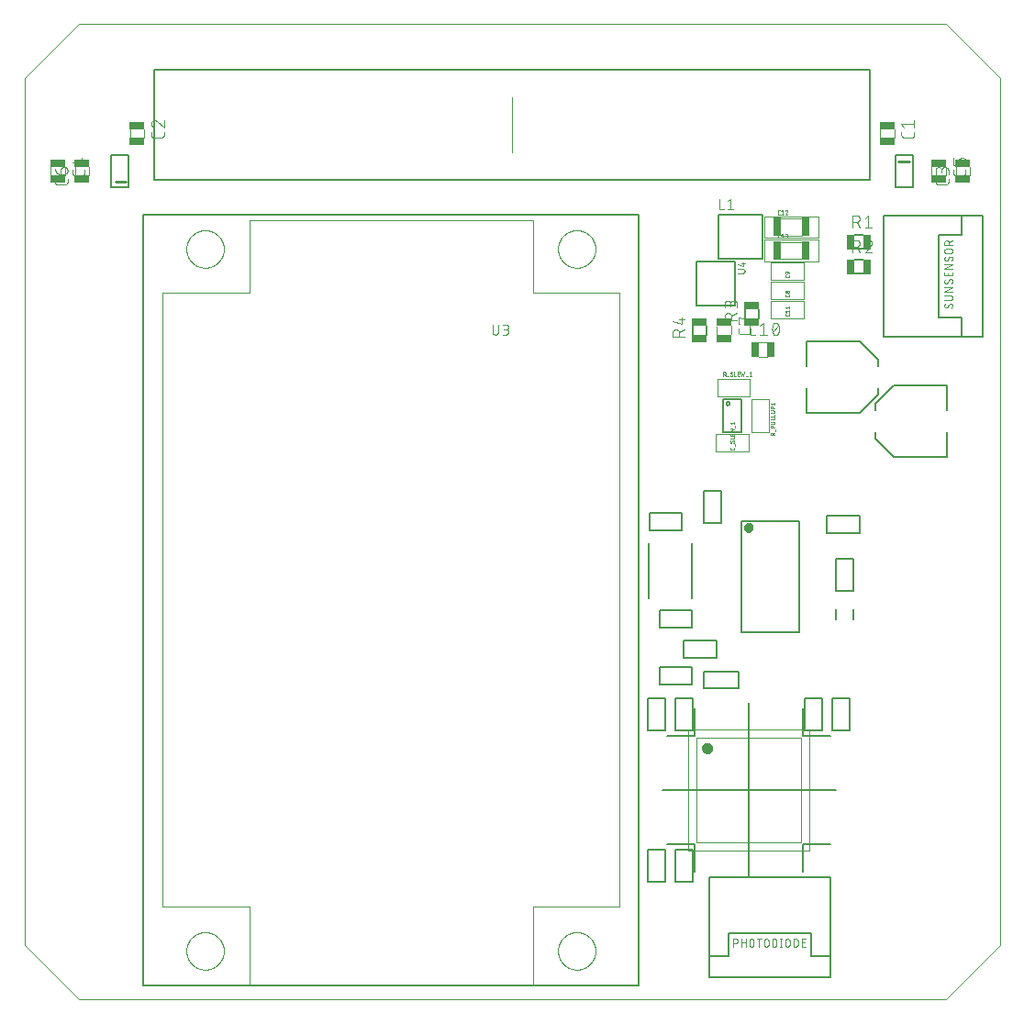
<source format=gto>
G75*
%MOIN*%
%OFA0B0*%
%FSLAX25Y25*%
%IPPOS*%
%LPD*%
%AMOC8*
5,1,8,0,0,1.08239X$1,22.5*
%
%ADD10C,0.00000*%
%ADD11C,0.00800*%
%ADD12C,0.00500*%
%ADD13C,0.02000*%
%ADD14C,0.00787*%
%ADD15C,0.01969*%
%ADD16C,0.00600*%
%ADD17C,0.00300*%
%ADD18C,0.00394*%
%ADD19C,0.00900*%
%ADD20C,0.00400*%
%ADD21R,0.05709X0.02953*%
%ADD22R,0.02559X0.05512*%
%ADD23C,0.00200*%
%ADD24R,0.05512X0.02559*%
%ADD25R,0.02953X0.05709*%
%ADD26C,0.00100*%
%ADD27R,0.02953X0.06693*%
%ADD28C,0.00700*%
D10*
X0001000Y0020685D02*
X0001000Y0335646D01*
X0020685Y0355331D01*
X0335646Y0355331D01*
X0355331Y0335646D01*
X0355331Y0020685D01*
X0335646Y0001000D01*
X0020685Y0001000D01*
X0001000Y0020685D01*
X0059855Y0018685D02*
X0059857Y0018852D01*
X0059863Y0019018D01*
X0059873Y0019185D01*
X0059888Y0019351D01*
X0059906Y0019516D01*
X0059929Y0019681D01*
X0059955Y0019846D01*
X0059985Y0020010D01*
X0060020Y0020173D01*
X0060059Y0020335D01*
X0060101Y0020496D01*
X0060147Y0020656D01*
X0060198Y0020815D01*
X0060252Y0020973D01*
X0060310Y0021129D01*
X0060372Y0021284D01*
X0060438Y0021437D01*
X0060507Y0021589D01*
X0060580Y0021738D01*
X0060657Y0021886D01*
X0060737Y0022032D01*
X0060821Y0022176D01*
X0060909Y0022318D01*
X0060999Y0022458D01*
X0061094Y0022595D01*
X0061191Y0022730D01*
X0061292Y0022863D01*
X0061396Y0022993D01*
X0061504Y0023121D01*
X0061614Y0023246D01*
X0061728Y0023368D01*
X0061844Y0023487D01*
X0061963Y0023603D01*
X0062085Y0023717D01*
X0062210Y0023827D01*
X0062338Y0023935D01*
X0062468Y0024039D01*
X0062601Y0024140D01*
X0062736Y0024237D01*
X0062873Y0024332D01*
X0063013Y0024422D01*
X0063155Y0024510D01*
X0063299Y0024594D01*
X0063445Y0024674D01*
X0063593Y0024751D01*
X0063742Y0024824D01*
X0063894Y0024893D01*
X0064047Y0024959D01*
X0064202Y0025021D01*
X0064358Y0025079D01*
X0064516Y0025133D01*
X0064675Y0025184D01*
X0064835Y0025230D01*
X0064996Y0025272D01*
X0065158Y0025311D01*
X0065321Y0025346D01*
X0065485Y0025376D01*
X0065650Y0025402D01*
X0065815Y0025425D01*
X0065980Y0025443D01*
X0066146Y0025458D01*
X0066313Y0025468D01*
X0066479Y0025474D01*
X0066646Y0025476D01*
X0066813Y0025474D01*
X0066979Y0025468D01*
X0067146Y0025458D01*
X0067312Y0025443D01*
X0067477Y0025425D01*
X0067642Y0025402D01*
X0067807Y0025376D01*
X0067971Y0025346D01*
X0068134Y0025311D01*
X0068296Y0025272D01*
X0068457Y0025230D01*
X0068617Y0025184D01*
X0068776Y0025133D01*
X0068934Y0025079D01*
X0069090Y0025021D01*
X0069245Y0024959D01*
X0069398Y0024893D01*
X0069550Y0024824D01*
X0069699Y0024751D01*
X0069847Y0024674D01*
X0069993Y0024594D01*
X0070137Y0024510D01*
X0070279Y0024422D01*
X0070419Y0024332D01*
X0070556Y0024237D01*
X0070691Y0024140D01*
X0070824Y0024039D01*
X0070954Y0023935D01*
X0071082Y0023827D01*
X0071207Y0023717D01*
X0071329Y0023603D01*
X0071448Y0023487D01*
X0071564Y0023368D01*
X0071678Y0023246D01*
X0071788Y0023121D01*
X0071896Y0022993D01*
X0072000Y0022863D01*
X0072101Y0022730D01*
X0072198Y0022595D01*
X0072293Y0022458D01*
X0072383Y0022318D01*
X0072471Y0022176D01*
X0072555Y0022032D01*
X0072635Y0021886D01*
X0072712Y0021738D01*
X0072785Y0021589D01*
X0072854Y0021437D01*
X0072920Y0021284D01*
X0072982Y0021129D01*
X0073040Y0020973D01*
X0073094Y0020815D01*
X0073145Y0020656D01*
X0073191Y0020496D01*
X0073233Y0020335D01*
X0073272Y0020173D01*
X0073307Y0020010D01*
X0073337Y0019846D01*
X0073363Y0019681D01*
X0073386Y0019516D01*
X0073404Y0019351D01*
X0073419Y0019185D01*
X0073429Y0019018D01*
X0073435Y0018852D01*
X0073437Y0018685D01*
X0073435Y0018518D01*
X0073429Y0018352D01*
X0073419Y0018185D01*
X0073404Y0018019D01*
X0073386Y0017854D01*
X0073363Y0017689D01*
X0073337Y0017524D01*
X0073307Y0017360D01*
X0073272Y0017197D01*
X0073233Y0017035D01*
X0073191Y0016874D01*
X0073145Y0016714D01*
X0073094Y0016555D01*
X0073040Y0016397D01*
X0072982Y0016241D01*
X0072920Y0016086D01*
X0072854Y0015933D01*
X0072785Y0015781D01*
X0072712Y0015632D01*
X0072635Y0015484D01*
X0072555Y0015338D01*
X0072471Y0015194D01*
X0072383Y0015052D01*
X0072293Y0014912D01*
X0072198Y0014775D01*
X0072101Y0014640D01*
X0072000Y0014507D01*
X0071896Y0014377D01*
X0071788Y0014249D01*
X0071678Y0014124D01*
X0071564Y0014002D01*
X0071448Y0013883D01*
X0071329Y0013767D01*
X0071207Y0013653D01*
X0071082Y0013543D01*
X0070954Y0013435D01*
X0070824Y0013331D01*
X0070691Y0013230D01*
X0070556Y0013133D01*
X0070419Y0013038D01*
X0070279Y0012948D01*
X0070137Y0012860D01*
X0069993Y0012776D01*
X0069847Y0012696D01*
X0069699Y0012619D01*
X0069550Y0012546D01*
X0069398Y0012477D01*
X0069245Y0012411D01*
X0069090Y0012349D01*
X0068934Y0012291D01*
X0068776Y0012237D01*
X0068617Y0012186D01*
X0068457Y0012140D01*
X0068296Y0012098D01*
X0068134Y0012059D01*
X0067971Y0012024D01*
X0067807Y0011994D01*
X0067642Y0011968D01*
X0067477Y0011945D01*
X0067312Y0011927D01*
X0067146Y0011912D01*
X0066979Y0011902D01*
X0066813Y0011896D01*
X0066646Y0011894D01*
X0066479Y0011896D01*
X0066313Y0011902D01*
X0066146Y0011912D01*
X0065980Y0011927D01*
X0065815Y0011945D01*
X0065650Y0011968D01*
X0065485Y0011994D01*
X0065321Y0012024D01*
X0065158Y0012059D01*
X0064996Y0012098D01*
X0064835Y0012140D01*
X0064675Y0012186D01*
X0064516Y0012237D01*
X0064358Y0012291D01*
X0064202Y0012349D01*
X0064047Y0012411D01*
X0063894Y0012477D01*
X0063742Y0012546D01*
X0063593Y0012619D01*
X0063445Y0012696D01*
X0063299Y0012776D01*
X0063155Y0012860D01*
X0063013Y0012948D01*
X0062873Y0013038D01*
X0062736Y0013133D01*
X0062601Y0013230D01*
X0062468Y0013331D01*
X0062338Y0013435D01*
X0062210Y0013543D01*
X0062085Y0013653D01*
X0061963Y0013767D01*
X0061844Y0013883D01*
X0061728Y0014002D01*
X0061614Y0014124D01*
X0061504Y0014249D01*
X0061396Y0014377D01*
X0061292Y0014507D01*
X0061191Y0014640D01*
X0061094Y0014775D01*
X0060999Y0014912D01*
X0060909Y0015052D01*
X0060821Y0015194D01*
X0060737Y0015338D01*
X0060657Y0015484D01*
X0060580Y0015632D01*
X0060507Y0015781D01*
X0060438Y0015933D01*
X0060372Y0016086D01*
X0060310Y0016241D01*
X0060252Y0016397D01*
X0060198Y0016555D01*
X0060147Y0016714D01*
X0060101Y0016874D01*
X0060059Y0017035D01*
X0060020Y0017197D01*
X0059985Y0017360D01*
X0059955Y0017524D01*
X0059929Y0017689D01*
X0059906Y0017854D01*
X0059888Y0018019D01*
X0059873Y0018185D01*
X0059863Y0018352D01*
X0059857Y0018518D01*
X0059855Y0018685D01*
X0194855Y0018685D02*
X0194857Y0018852D01*
X0194863Y0019018D01*
X0194873Y0019185D01*
X0194888Y0019351D01*
X0194906Y0019516D01*
X0194929Y0019681D01*
X0194955Y0019846D01*
X0194985Y0020010D01*
X0195020Y0020173D01*
X0195059Y0020335D01*
X0195101Y0020496D01*
X0195147Y0020656D01*
X0195198Y0020815D01*
X0195252Y0020973D01*
X0195310Y0021129D01*
X0195372Y0021284D01*
X0195438Y0021437D01*
X0195507Y0021589D01*
X0195580Y0021738D01*
X0195657Y0021886D01*
X0195737Y0022032D01*
X0195821Y0022176D01*
X0195909Y0022318D01*
X0195999Y0022458D01*
X0196094Y0022595D01*
X0196191Y0022730D01*
X0196292Y0022863D01*
X0196396Y0022993D01*
X0196504Y0023121D01*
X0196614Y0023246D01*
X0196728Y0023368D01*
X0196844Y0023487D01*
X0196963Y0023603D01*
X0197085Y0023717D01*
X0197210Y0023827D01*
X0197338Y0023935D01*
X0197468Y0024039D01*
X0197601Y0024140D01*
X0197736Y0024237D01*
X0197873Y0024332D01*
X0198013Y0024422D01*
X0198155Y0024510D01*
X0198299Y0024594D01*
X0198445Y0024674D01*
X0198593Y0024751D01*
X0198742Y0024824D01*
X0198894Y0024893D01*
X0199047Y0024959D01*
X0199202Y0025021D01*
X0199358Y0025079D01*
X0199516Y0025133D01*
X0199675Y0025184D01*
X0199835Y0025230D01*
X0199996Y0025272D01*
X0200158Y0025311D01*
X0200321Y0025346D01*
X0200485Y0025376D01*
X0200650Y0025402D01*
X0200815Y0025425D01*
X0200980Y0025443D01*
X0201146Y0025458D01*
X0201313Y0025468D01*
X0201479Y0025474D01*
X0201646Y0025476D01*
X0201813Y0025474D01*
X0201979Y0025468D01*
X0202146Y0025458D01*
X0202312Y0025443D01*
X0202477Y0025425D01*
X0202642Y0025402D01*
X0202807Y0025376D01*
X0202971Y0025346D01*
X0203134Y0025311D01*
X0203296Y0025272D01*
X0203457Y0025230D01*
X0203617Y0025184D01*
X0203776Y0025133D01*
X0203934Y0025079D01*
X0204090Y0025021D01*
X0204245Y0024959D01*
X0204398Y0024893D01*
X0204550Y0024824D01*
X0204699Y0024751D01*
X0204847Y0024674D01*
X0204993Y0024594D01*
X0205137Y0024510D01*
X0205279Y0024422D01*
X0205419Y0024332D01*
X0205556Y0024237D01*
X0205691Y0024140D01*
X0205824Y0024039D01*
X0205954Y0023935D01*
X0206082Y0023827D01*
X0206207Y0023717D01*
X0206329Y0023603D01*
X0206448Y0023487D01*
X0206564Y0023368D01*
X0206678Y0023246D01*
X0206788Y0023121D01*
X0206896Y0022993D01*
X0207000Y0022863D01*
X0207101Y0022730D01*
X0207198Y0022595D01*
X0207293Y0022458D01*
X0207383Y0022318D01*
X0207471Y0022176D01*
X0207555Y0022032D01*
X0207635Y0021886D01*
X0207712Y0021738D01*
X0207785Y0021589D01*
X0207854Y0021437D01*
X0207920Y0021284D01*
X0207982Y0021129D01*
X0208040Y0020973D01*
X0208094Y0020815D01*
X0208145Y0020656D01*
X0208191Y0020496D01*
X0208233Y0020335D01*
X0208272Y0020173D01*
X0208307Y0020010D01*
X0208337Y0019846D01*
X0208363Y0019681D01*
X0208386Y0019516D01*
X0208404Y0019351D01*
X0208419Y0019185D01*
X0208429Y0019018D01*
X0208435Y0018852D01*
X0208437Y0018685D01*
X0208435Y0018518D01*
X0208429Y0018352D01*
X0208419Y0018185D01*
X0208404Y0018019D01*
X0208386Y0017854D01*
X0208363Y0017689D01*
X0208337Y0017524D01*
X0208307Y0017360D01*
X0208272Y0017197D01*
X0208233Y0017035D01*
X0208191Y0016874D01*
X0208145Y0016714D01*
X0208094Y0016555D01*
X0208040Y0016397D01*
X0207982Y0016241D01*
X0207920Y0016086D01*
X0207854Y0015933D01*
X0207785Y0015781D01*
X0207712Y0015632D01*
X0207635Y0015484D01*
X0207555Y0015338D01*
X0207471Y0015194D01*
X0207383Y0015052D01*
X0207293Y0014912D01*
X0207198Y0014775D01*
X0207101Y0014640D01*
X0207000Y0014507D01*
X0206896Y0014377D01*
X0206788Y0014249D01*
X0206678Y0014124D01*
X0206564Y0014002D01*
X0206448Y0013883D01*
X0206329Y0013767D01*
X0206207Y0013653D01*
X0206082Y0013543D01*
X0205954Y0013435D01*
X0205824Y0013331D01*
X0205691Y0013230D01*
X0205556Y0013133D01*
X0205419Y0013038D01*
X0205279Y0012948D01*
X0205137Y0012860D01*
X0204993Y0012776D01*
X0204847Y0012696D01*
X0204699Y0012619D01*
X0204550Y0012546D01*
X0204398Y0012477D01*
X0204245Y0012411D01*
X0204090Y0012349D01*
X0203934Y0012291D01*
X0203776Y0012237D01*
X0203617Y0012186D01*
X0203457Y0012140D01*
X0203296Y0012098D01*
X0203134Y0012059D01*
X0202971Y0012024D01*
X0202807Y0011994D01*
X0202642Y0011968D01*
X0202477Y0011945D01*
X0202312Y0011927D01*
X0202146Y0011912D01*
X0201979Y0011902D01*
X0201813Y0011896D01*
X0201646Y0011894D01*
X0201479Y0011896D01*
X0201313Y0011902D01*
X0201146Y0011912D01*
X0200980Y0011927D01*
X0200815Y0011945D01*
X0200650Y0011968D01*
X0200485Y0011994D01*
X0200321Y0012024D01*
X0200158Y0012059D01*
X0199996Y0012098D01*
X0199835Y0012140D01*
X0199675Y0012186D01*
X0199516Y0012237D01*
X0199358Y0012291D01*
X0199202Y0012349D01*
X0199047Y0012411D01*
X0198894Y0012477D01*
X0198742Y0012546D01*
X0198593Y0012619D01*
X0198445Y0012696D01*
X0198299Y0012776D01*
X0198155Y0012860D01*
X0198013Y0012948D01*
X0197873Y0013038D01*
X0197736Y0013133D01*
X0197601Y0013230D01*
X0197468Y0013331D01*
X0197338Y0013435D01*
X0197210Y0013543D01*
X0197085Y0013653D01*
X0196963Y0013767D01*
X0196844Y0013883D01*
X0196728Y0014002D01*
X0196614Y0014124D01*
X0196504Y0014249D01*
X0196396Y0014377D01*
X0196292Y0014507D01*
X0196191Y0014640D01*
X0196094Y0014775D01*
X0195999Y0014912D01*
X0195909Y0015052D01*
X0195821Y0015194D01*
X0195737Y0015338D01*
X0195657Y0015484D01*
X0195580Y0015632D01*
X0195507Y0015781D01*
X0195438Y0015933D01*
X0195372Y0016086D01*
X0195310Y0016241D01*
X0195252Y0016397D01*
X0195198Y0016555D01*
X0195147Y0016714D01*
X0195101Y0016874D01*
X0195059Y0017035D01*
X0195020Y0017197D01*
X0194985Y0017360D01*
X0194955Y0017524D01*
X0194929Y0017689D01*
X0194906Y0017854D01*
X0194888Y0018019D01*
X0194873Y0018185D01*
X0194863Y0018352D01*
X0194857Y0018518D01*
X0194855Y0018685D01*
X0242118Y0055118D02*
X0286213Y0055118D01*
X0286213Y0099213D01*
X0242118Y0099213D01*
X0242118Y0055118D01*
X0245268Y0058268D02*
X0283063Y0058268D01*
X0283063Y0096063D01*
X0245268Y0096063D01*
X0245268Y0058268D01*
X0194855Y0273685D02*
X0194857Y0273852D01*
X0194863Y0274018D01*
X0194873Y0274185D01*
X0194888Y0274351D01*
X0194906Y0274516D01*
X0194929Y0274681D01*
X0194955Y0274846D01*
X0194985Y0275010D01*
X0195020Y0275173D01*
X0195059Y0275335D01*
X0195101Y0275496D01*
X0195147Y0275656D01*
X0195198Y0275815D01*
X0195252Y0275973D01*
X0195310Y0276129D01*
X0195372Y0276284D01*
X0195438Y0276437D01*
X0195507Y0276589D01*
X0195580Y0276738D01*
X0195657Y0276886D01*
X0195737Y0277032D01*
X0195821Y0277176D01*
X0195909Y0277318D01*
X0195999Y0277458D01*
X0196094Y0277595D01*
X0196191Y0277730D01*
X0196292Y0277863D01*
X0196396Y0277993D01*
X0196504Y0278121D01*
X0196614Y0278246D01*
X0196728Y0278368D01*
X0196844Y0278487D01*
X0196963Y0278603D01*
X0197085Y0278717D01*
X0197210Y0278827D01*
X0197338Y0278935D01*
X0197468Y0279039D01*
X0197601Y0279140D01*
X0197736Y0279237D01*
X0197873Y0279332D01*
X0198013Y0279422D01*
X0198155Y0279510D01*
X0198299Y0279594D01*
X0198445Y0279674D01*
X0198593Y0279751D01*
X0198742Y0279824D01*
X0198894Y0279893D01*
X0199047Y0279959D01*
X0199202Y0280021D01*
X0199358Y0280079D01*
X0199516Y0280133D01*
X0199675Y0280184D01*
X0199835Y0280230D01*
X0199996Y0280272D01*
X0200158Y0280311D01*
X0200321Y0280346D01*
X0200485Y0280376D01*
X0200650Y0280402D01*
X0200815Y0280425D01*
X0200980Y0280443D01*
X0201146Y0280458D01*
X0201313Y0280468D01*
X0201479Y0280474D01*
X0201646Y0280476D01*
X0201813Y0280474D01*
X0201979Y0280468D01*
X0202146Y0280458D01*
X0202312Y0280443D01*
X0202477Y0280425D01*
X0202642Y0280402D01*
X0202807Y0280376D01*
X0202971Y0280346D01*
X0203134Y0280311D01*
X0203296Y0280272D01*
X0203457Y0280230D01*
X0203617Y0280184D01*
X0203776Y0280133D01*
X0203934Y0280079D01*
X0204090Y0280021D01*
X0204245Y0279959D01*
X0204398Y0279893D01*
X0204550Y0279824D01*
X0204699Y0279751D01*
X0204847Y0279674D01*
X0204993Y0279594D01*
X0205137Y0279510D01*
X0205279Y0279422D01*
X0205419Y0279332D01*
X0205556Y0279237D01*
X0205691Y0279140D01*
X0205824Y0279039D01*
X0205954Y0278935D01*
X0206082Y0278827D01*
X0206207Y0278717D01*
X0206329Y0278603D01*
X0206448Y0278487D01*
X0206564Y0278368D01*
X0206678Y0278246D01*
X0206788Y0278121D01*
X0206896Y0277993D01*
X0207000Y0277863D01*
X0207101Y0277730D01*
X0207198Y0277595D01*
X0207293Y0277458D01*
X0207383Y0277318D01*
X0207471Y0277176D01*
X0207555Y0277032D01*
X0207635Y0276886D01*
X0207712Y0276738D01*
X0207785Y0276589D01*
X0207854Y0276437D01*
X0207920Y0276284D01*
X0207982Y0276129D01*
X0208040Y0275973D01*
X0208094Y0275815D01*
X0208145Y0275656D01*
X0208191Y0275496D01*
X0208233Y0275335D01*
X0208272Y0275173D01*
X0208307Y0275010D01*
X0208337Y0274846D01*
X0208363Y0274681D01*
X0208386Y0274516D01*
X0208404Y0274351D01*
X0208419Y0274185D01*
X0208429Y0274018D01*
X0208435Y0273852D01*
X0208437Y0273685D01*
X0208435Y0273518D01*
X0208429Y0273352D01*
X0208419Y0273185D01*
X0208404Y0273019D01*
X0208386Y0272854D01*
X0208363Y0272689D01*
X0208337Y0272524D01*
X0208307Y0272360D01*
X0208272Y0272197D01*
X0208233Y0272035D01*
X0208191Y0271874D01*
X0208145Y0271714D01*
X0208094Y0271555D01*
X0208040Y0271397D01*
X0207982Y0271241D01*
X0207920Y0271086D01*
X0207854Y0270933D01*
X0207785Y0270781D01*
X0207712Y0270632D01*
X0207635Y0270484D01*
X0207555Y0270338D01*
X0207471Y0270194D01*
X0207383Y0270052D01*
X0207293Y0269912D01*
X0207198Y0269775D01*
X0207101Y0269640D01*
X0207000Y0269507D01*
X0206896Y0269377D01*
X0206788Y0269249D01*
X0206678Y0269124D01*
X0206564Y0269002D01*
X0206448Y0268883D01*
X0206329Y0268767D01*
X0206207Y0268653D01*
X0206082Y0268543D01*
X0205954Y0268435D01*
X0205824Y0268331D01*
X0205691Y0268230D01*
X0205556Y0268133D01*
X0205419Y0268038D01*
X0205279Y0267948D01*
X0205137Y0267860D01*
X0204993Y0267776D01*
X0204847Y0267696D01*
X0204699Y0267619D01*
X0204550Y0267546D01*
X0204398Y0267477D01*
X0204245Y0267411D01*
X0204090Y0267349D01*
X0203934Y0267291D01*
X0203776Y0267237D01*
X0203617Y0267186D01*
X0203457Y0267140D01*
X0203296Y0267098D01*
X0203134Y0267059D01*
X0202971Y0267024D01*
X0202807Y0266994D01*
X0202642Y0266968D01*
X0202477Y0266945D01*
X0202312Y0266927D01*
X0202146Y0266912D01*
X0201979Y0266902D01*
X0201813Y0266896D01*
X0201646Y0266894D01*
X0201479Y0266896D01*
X0201313Y0266902D01*
X0201146Y0266912D01*
X0200980Y0266927D01*
X0200815Y0266945D01*
X0200650Y0266968D01*
X0200485Y0266994D01*
X0200321Y0267024D01*
X0200158Y0267059D01*
X0199996Y0267098D01*
X0199835Y0267140D01*
X0199675Y0267186D01*
X0199516Y0267237D01*
X0199358Y0267291D01*
X0199202Y0267349D01*
X0199047Y0267411D01*
X0198894Y0267477D01*
X0198742Y0267546D01*
X0198593Y0267619D01*
X0198445Y0267696D01*
X0198299Y0267776D01*
X0198155Y0267860D01*
X0198013Y0267948D01*
X0197873Y0268038D01*
X0197736Y0268133D01*
X0197601Y0268230D01*
X0197468Y0268331D01*
X0197338Y0268435D01*
X0197210Y0268543D01*
X0197085Y0268653D01*
X0196963Y0268767D01*
X0196844Y0268883D01*
X0196728Y0269002D01*
X0196614Y0269124D01*
X0196504Y0269249D01*
X0196396Y0269377D01*
X0196292Y0269507D01*
X0196191Y0269640D01*
X0196094Y0269775D01*
X0195999Y0269912D01*
X0195909Y0270052D01*
X0195821Y0270194D01*
X0195737Y0270338D01*
X0195657Y0270484D01*
X0195580Y0270632D01*
X0195507Y0270781D01*
X0195438Y0270933D01*
X0195372Y0271086D01*
X0195310Y0271241D01*
X0195252Y0271397D01*
X0195198Y0271555D01*
X0195147Y0271714D01*
X0195101Y0271874D01*
X0195059Y0272035D01*
X0195020Y0272197D01*
X0194985Y0272360D01*
X0194955Y0272524D01*
X0194929Y0272689D01*
X0194906Y0272854D01*
X0194888Y0273019D01*
X0194873Y0273185D01*
X0194863Y0273352D01*
X0194857Y0273518D01*
X0194855Y0273685D01*
X0178165Y0308677D02*
X0178165Y0328677D01*
X0059855Y0273685D02*
X0059857Y0273852D01*
X0059863Y0274018D01*
X0059873Y0274185D01*
X0059888Y0274351D01*
X0059906Y0274516D01*
X0059929Y0274681D01*
X0059955Y0274846D01*
X0059985Y0275010D01*
X0060020Y0275173D01*
X0060059Y0275335D01*
X0060101Y0275496D01*
X0060147Y0275656D01*
X0060198Y0275815D01*
X0060252Y0275973D01*
X0060310Y0276129D01*
X0060372Y0276284D01*
X0060438Y0276437D01*
X0060507Y0276589D01*
X0060580Y0276738D01*
X0060657Y0276886D01*
X0060737Y0277032D01*
X0060821Y0277176D01*
X0060909Y0277318D01*
X0060999Y0277458D01*
X0061094Y0277595D01*
X0061191Y0277730D01*
X0061292Y0277863D01*
X0061396Y0277993D01*
X0061504Y0278121D01*
X0061614Y0278246D01*
X0061728Y0278368D01*
X0061844Y0278487D01*
X0061963Y0278603D01*
X0062085Y0278717D01*
X0062210Y0278827D01*
X0062338Y0278935D01*
X0062468Y0279039D01*
X0062601Y0279140D01*
X0062736Y0279237D01*
X0062873Y0279332D01*
X0063013Y0279422D01*
X0063155Y0279510D01*
X0063299Y0279594D01*
X0063445Y0279674D01*
X0063593Y0279751D01*
X0063742Y0279824D01*
X0063894Y0279893D01*
X0064047Y0279959D01*
X0064202Y0280021D01*
X0064358Y0280079D01*
X0064516Y0280133D01*
X0064675Y0280184D01*
X0064835Y0280230D01*
X0064996Y0280272D01*
X0065158Y0280311D01*
X0065321Y0280346D01*
X0065485Y0280376D01*
X0065650Y0280402D01*
X0065815Y0280425D01*
X0065980Y0280443D01*
X0066146Y0280458D01*
X0066313Y0280468D01*
X0066479Y0280474D01*
X0066646Y0280476D01*
X0066813Y0280474D01*
X0066979Y0280468D01*
X0067146Y0280458D01*
X0067312Y0280443D01*
X0067477Y0280425D01*
X0067642Y0280402D01*
X0067807Y0280376D01*
X0067971Y0280346D01*
X0068134Y0280311D01*
X0068296Y0280272D01*
X0068457Y0280230D01*
X0068617Y0280184D01*
X0068776Y0280133D01*
X0068934Y0280079D01*
X0069090Y0280021D01*
X0069245Y0279959D01*
X0069398Y0279893D01*
X0069550Y0279824D01*
X0069699Y0279751D01*
X0069847Y0279674D01*
X0069993Y0279594D01*
X0070137Y0279510D01*
X0070279Y0279422D01*
X0070419Y0279332D01*
X0070556Y0279237D01*
X0070691Y0279140D01*
X0070824Y0279039D01*
X0070954Y0278935D01*
X0071082Y0278827D01*
X0071207Y0278717D01*
X0071329Y0278603D01*
X0071448Y0278487D01*
X0071564Y0278368D01*
X0071678Y0278246D01*
X0071788Y0278121D01*
X0071896Y0277993D01*
X0072000Y0277863D01*
X0072101Y0277730D01*
X0072198Y0277595D01*
X0072293Y0277458D01*
X0072383Y0277318D01*
X0072471Y0277176D01*
X0072555Y0277032D01*
X0072635Y0276886D01*
X0072712Y0276738D01*
X0072785Y0276589D01*
X0072854Y0276437D01*
X0072920Y0276284D01*
X0072982Y0276129D01*
X0073040Y0275973D01*
X0073094Y0275815D01*
X0073145Y0275656D01*
X0073191Y0275496D01*
X0073233Y0275335D01*
X0073272Y0275173D01*
X0073307Y0275010D01*
X0073337Y0274846D01*
X0073363Y0274681D01*
X0073386Y0274516D01*
X0073404Y0274351D01*
X0073419Y0274185D01*
X0073429Y0274018D01*
X0073435Y0273852D01*
X0073437Y0273685D01*
X0073435Y0273518D01*
X0073429Y0273352D01*
X0073419Y0273185D01*
X0073404Y0273019D01*
X0073386Y0272854D01*
X0073363Y0272689D01*
X0073337Y0272524D01*
X0073307Y0272360D01*
X0073272Y0272197D01*
X0073233Y0272035D01*
X0073191Y0271874D01*
X0073145Y0271714D01*
X0073094Y0271555D01*
X0073040Y0271397D01*
X0072982Y0271241D01*
X0072920Y0271086D01*
X0072854Y0270933D01*
X0072785Y0270781D01*
X0072712Y0270632D01*
X0072635Y0270484D01*
X0072555Y0270338D01*
X0072471Y0270194D01*
X0072383Y0270052D01*
X0072293Y0269912D01*
X0072198Y0269775D01*
X0072101Y0269640D01*
X0072000Y0269507D01*
X0071896Y0269377D01*
X0071788Y0269249D01*
X0071678Y0269124D01*
X0071564Y0269002D01*
X0071448Y0268883D01*
X0071329Y0268767D01*
X0071207Y0268653D01*
X0071082Y0268543D01*
X0070954Y0268435D01*
X0070824Y0268331D01*
X0070691Y0268230D01*
X0070556Y0268133D01*
X0070419Y0268038D01*
X0070279Y0267948D01*
X0070137Y0267860D01*
X0069993Y0267776D01*
X0069847Y0267696D01*
X0069699Y0267619D01*
X0069550Y0267546D01*
X0069398Y0267477D01*
X0069245Y0267411D01*
X0069090Y0267349D01*
X0068934Y0267291D01*
X0068776Y0267237D01*
X0068617Y0267186D01*
X0068457Y0267140D01*
X0068296Y0267098D01*
X0068134Y0267059D01*
X0067971Y0267024D01*
X0067807Y0266994D01*
X0067642Y0266968D01*
X0067477Y0266945D01*
X0067312Y0266927D01*
X0067146Y0266912D01*
X0066979Y0266902D01*
X0066813Y0266896D01*
X0066646Y0266894D01*
X0066479Y0266896D01*
X0066313Y0266902D01*
X0066146Y0266912D01*
X0065980Y0266927D01*
X0065815Y0266945D01*
X0065650Y0266968D01*
X0065485Y0266994D01*
X0065321Y0267024D01*
X0065158Y0267059D01*
X0064996Y0267098D01*
X0064835Y0267140D01*
X0064675Y0267186D01*
X0064516Y0267237D01*
X0064358Y0267291D01*
X0064202Y0267349D01*
X0064047Y0267411D01*
X0063894Y0267477D01*
X0063742Y0267546D01*
X0063593Y0267619D01*
X0063445Y0267696D01*
X0063299Y0267776D01*
X0063155Y0267860D01*
X0063013Y0267948D01*
X0062873Y0268038D01*
X0062736Y0268133D01*
X0062601Y0268230D01*
X0062468Y0268331D01*
X0062338Y0268435D01*
X0062210Y0268543D01*
X0062085Y0268653D01*
X0061963Y0268767D01*
X0061844Y0268883D01*
X0061728Y0269002D01*
X0061614Y0269124D01*
X0061504Y0269249D01*
X0061396Y0269377D01*
X0061292Y0269507D01*
X0061191Y0269640D01*
X0061094Y0269775D01*
X0060999Y0269912D01*
X0060909Y0270052D01*
X0060821Y0270194D01*
X0060737Y0270338D01*
X0060657Y0270484D01*
X0060580Y0270632D01*
X0060507Y0270781D01*
X0060438Y0270933D01*
X0060372Y0271086D01*
X0060310Y0271241D01*
X0060252Y0271397D01*
X0060198Y0271555D01*
X0060147Y0271714D01*
X0060101Y0271874D01*
X0060059Y0272035D01*
X0060020Y0272197D01*
X0059985Y0272360D01*
X0059955Y0272524D01*
X0059929Y0272689D01*
X0059906Y0272854D01*
X0059888Y0273019D01*
X0059873Y0273185D01*
X0059863Y0273352D01*
X0059857Y0273518D01*
X0059855Y0273685D01*
X0048165Y0298677D02*
X0308165Y0298677D01*
X0308165Y0338677D01*
X0048165Y0338677D01*
X0048165Y0298677D01*
D11*
X0308165Y0298677D01*
X0308165Y0338677D01*
X0048165Y0338677D01*
X0048165Y0298677D01*
D12*
X0038815Y0296010D02*
X0038815Y0307821D01*
X0032516Y0307821D01*
X0032516Y0296010D01*
X0038815Y0296010D01*
X0227827Y0166654D02*
X0227827Y0146969D01*
X0231764Y0142323D02*
X0243575Y0142323D01*
X0243575Y0136024D01*
X0231764Y0136024D01*
X0231764Y0142323D01*
X0243575Y0146969D02*
X0243575Y0166654D01*
X0239972Y0171457D02*
X0228161Y0171457D01*
X0228161Y0177756D01*
X0239972Y0177756D01*
X0239972Y0171457D01*
X0247728Y0174035D02*
X0254028Y0174035D01*
X0254028Y0185846D01*
X0247728Y0185846D01*
X0247728Y0174035D01*
X0261606Y0174744D02*
X0261606Y0134587D01*
X0282472Y0134587D01*
X0282472Y0174744D01*
X0261606Y0174744D01*
X0292630Y0176772D02*
X0292630Y0170472D01*
X0304441Y0170472D01*
X0304441Y0176772D01*
X0292630Y0176772D01*
X0295957Y0161240D02*
X0302256Y0161240D01*
X0302256Y0149429D01*
X0295957Y0149429D01*
X0295957Y0161240D01*
X0295957Y0142697D02*
X0295957Y0139252D01*
X0302256Y0139252D02*
X0302256Y0142697D01*
X0300780Y0110551D02*
X0294480Y0110551D01*
X0294480Y0098740D01*
X0300780Y0098740D01*
X0300780Y0110551D01*
X0290937Y0110551D02*
X0290937Y0098740D01*
X0284638Y0098740D01*
X0284638Y0110551D01*
X0290937Y0110551D01*
X0283850Y0106693D02*
X0283850Y0096850D01*
X0293693Y0096850D01*
X0260465Y0114213D02*
X0247866Y0114213D01*
X0247866Y0120118D01*
X0260465Y0120118D01*
X0260465Y0114213D01*
X0252433Y0125197D02*
X0252433Y0131496D01*
X0240622Y0131496D01*
X0240622Y0125197D01*
X0252433Y0125197D01*
X0243575Y0121654D02*
X0243575Y0115354D01*
X0231764Y0115354D01*
X0231764Y0121654D01*
X0243575Y0121654D01*
X0243693Y0110551D02*
X0237394Y0110551D01*
X0237394Y0098740D01*
X0243693Y0098740D01*
X0243693Y0110551D01*
X0244480Y0106693D02*
X0244480Y0096850D01*
X0234638Y0096850D01*
X0233850Y0098740D02*
X0227551Y0098740D01*
X0227551Y0110551D01*
X0233850Y0110551D01*
X0233850Y0098740D01*
X0234638Y0057480D02*
X0244480Y0057480D01*
X0244480Y0047638D01*
X0243693Y0043780D02*
X0237394Y0043780D01*
X0237394Y0055591D01*
X0243693Y0055591D01*
X0243693Y0043780D01*
X0249850Y0045315D02*
X0249850Y0016969D01*
X0249850Y0009094D01*
X0293945Y0009094D01*
X0293945Y0016969D01*
X0286858Y0016969D01*
X0286858Y0025236D01*
X0256937Y0025236D01*
X0256937Y0016969D01*
X0249850Y0016969D01*
X0249850Y0045315D02*
X0293945Y0045315D01*
X0293945Y0016969D01*
X0283850Y0047638D02*
X0283850Y0057480D01*
X0293693Y0057480D01*
X0233850Y0055591D02*
X0233850Y0043780D01*
X0227551Y0043780D01*
X0227551Y0055591D01*
X0233850Y0055591D01*
X0254917Y0207260D02*
X0261413Y0207260D01*
X0261413Y0219071D01*
X0254917Y0219071D01*
X0254917Y0207260D01*
X0255976Y0217610D02*
X0255978Y0217660D01*
X0255984Y0217710D01*
X0255994Y0217759D01*
X0256007Y0217807D01*
X0256025Y0217854D01*
X0256046Y0217900D01*
X0256070Y0217943D01*
X0256098Y0217985D01*
X0256129Y0218024D01*
X0256163Y0218061D01*
X0256200Y0218095D01*
X0256239Y0218126D01*
X0256281Y0218154D01*
X0256324Y0218178D01*
X0256370Y0218199D01*
X0256417Y0218217D01*
X0256465Y0218230D01*
X0256514Y0218240D01*
X0256564Y0218246D01*
X0256614Y0218248D01*
X0256664Y0218246D01*
X0256714Y0218240D01*
X0256763Y0218230D01*
X0256811Y0218217D01*
X0256858Y0218199D01*
X0256904Y0218178D01*
X0256947Y0218154D01*
X0256989Y0218126D01*
X0257028Y0218095D01*
X0257065Y0218061D01*
X0257099Y0218024D01*
X0257130Y0217985D01*
X0257158Y0217943D01*
X0257182Y0217900D01*
X0257203Y0217854D01*
X0257221Y0217807D01*
X0257234Y0217759D01*
X0257244Y0217710D01*
X0257250Y0217660D01*
X0257252Y0217610D01*
X0257250Y0217560D01*
X0257244Y0217510D01*
X0257234Y0217461D01*
X0257221Y0217413D01*
X0257203Y0217366D01*
X0257182Y0217320D01*
X0257158Y0217277D01*
X0257130Y0217235D01*
X0257099Y0217196D01*
X0257065Y0217159D01*
X0257028Y0217125D01*
X0256989Y0217094D01*
X0256947Y0217066D01*
X0256904Y0217042D01*
X0256858Y0217021D01*
X0256811Y0217003D01*
X0256763Y0216990D01*
X0256714Y0216980D01*
X0256664Y0216974D01*
X0256614Y0216972D01*
X0256564Y0216974D01*
X0256514Y0216980D01*
X0256465Y0216990D01*
X0256417Y0217003D01*
X0256370Y0217021D01*
X0256324Y0217042D01*
X0256281Y0217066D01*
X0256239Y0217094D01*
X0256200Y0217125D01*
X0256163Y0217159D01*
X0256129Y0217196D01*
X0256098Y0217235D01*
X0256070Y0217277D01*
X0256046Y0217320D01*
X0256025Y0217366D01*
X0256007Y0217413D01*
X0255994Y0217461D01*
X0255984Y0217510D01*
X0255978Y0217560D01*
X0255976Y0217610D01*
X0313016Y0241850D02*
X0341362Y0241850D01*
X0349236Y0241850D01*
X0349236Y0285945D01*
X0341362Y0285945D01*
X0341362Y0278858D01*
X0333094Y0278858D01*
X0333094Y0248937D01*
X0341362Y0248937D01*
X0341362Y0241850D01*
X0313016Y0241850D02*
X0313016Y0285945D01*
X0341362Y0285945D01*
X0323815Y0296010D02*
X0317516Y0296010D01*
X0317516Y0307821D01*
X0323815Y0307821D01*
X0323815Y0296010D01*
D13*
X0248165Y0092165D02*
X0248167Y0092228D01*
X0248173Y0092290D01*
X0248183Y0092352D01*
X0248196Y0092414D01*
X0248214Y0092474D01*
X0248235Y0092533D01*
X0248260Y0092591D01*
X0248289Y0092647D01*
X0248321Y0092701D01*
X0248356Y0092753D01*
X0248394Y0092802D01*
X0248436Y0092850D01*
X0248480Y0092894D01*
X0248528Y0092936D01*
X0248577Y0092974D01*
X0248629Y0093009D01*
X0248683Y0093041D01*
X0248739Y0093070D01*
X0248797Y0093095D01*
X0248856Y0093116D01*
X0248916Y0093134D01*
X0248978Y0093147D01*
X0249040Y0093157D01*
X0249102Y0093163D01*
X0249165Y0093165D01*
X0249228Y0093163D01*
X0249290Y0093157D01*
X0249352Y0093147D01*
X0249414Y0093134D01*
X0249474Y0093116D01*
X0249533Y0093095D01*
X0249591Y0093070D01*
X0249647Y0093041D01*
X0249701Y0093009D01*
X0249753Y0092974D01*
X0249802Y0092936D01*
X0249850Y0092894D01*
X0249894Y0092850D01*
X0249936Y0092802D01*
X0249974Y0092753D01*
X0250009Y0092701D01*
X0250041Y0092647D01*
X0250070Y0092591D01*
X0250095Y0092533D01*
X0250116Y0092474D01*
X0250134Y0092414D01*
X0250147Y0092352D01*
X0250157Y0092290D01*
X0250163Y0092228D01*
X0250165Y0092165D01*
X0250163Y0092102D01*
X0250157Y0092040D01*
X0250147Y0091978D01*
X0250134Y0091916D01*
X0250116Y0091856D01*
X0250095Y0091797D01*
X0250070Y0091739D01*
X0250041Y0091683D01*
X0250009Y0091629D01*
X0249974Y0091577D01*
X0249936Y0091528D01*
X0249894Y0091480D01*
X0249850Y0091436D01*
X0249802Y0091394D01*
X0249753Y0091356D01*
X0249701Y0091321D01*
X0249647Y0091289D01*
X0249591Y0091260D01*
X0249533Y0091235D01*
X0249474Y0091214D01*
X0249414Y0091196D01*
X0249352Y0091183D01*
X0249290Y0091173D01*
X0249228Y0091167D01*
X0249165Y0091165D01*
X0249102Y0091167D01*
X0249040Y0091173D01*
X0248978Y0091183D01*
X0248916Y0091196D01*
X0248856Y0091214D01*
X0248797Y0091235D01*
X0248739Y0091260D01*
X0248683Y0091289D01*
X0248629Y0091321D01*
X0248577Y0091356D01*
X0248528Y0091394D01*
X0248480Y0091436D01*
X0248436Y0091480D01*
X0248394Y0091528D01*
X0248356Y0091577D01*
X0248321Y0091629D01*
X0248289Y0091683D01*
X0248260Y0091739D01*
X0248235Y0091797D01*
X0248214Y0091856D01*
X0248196Y0091916D01*
X0248183Y0091978D01*
X0248173Y0092040D01*
X0248167Y0092102D01*
X0248165Y0092165D01*
D14*
X0232669Y0077165D02*
X0295661Y0077165D01*
X0264165Y0045669D02*
X0264165Y0108661D01*
D15*
X0263378Y0172382D02*
X0263380Y0172438D01*
X0263386Y0172493D01*
X0263396Y0172547D01*
X0263409Y0172601D01*
X0263427Y0172654D01*
X0263448Y0172705D01*
X0263472Y0172755D01*
X0263500Y0172803D01*
X0263532Y0172849D01*
X0263566Y0172893D01*
X0263604Y0172934D01*
X0263644Y0172972D01*
X0263687Y0173007D01*
X0263732Y0173039D01*
X0263780Y0173068D01*
X0263829Y0173094D01*
X0263880Y0173116D01*
X0263932Y0173134D01*
X0263986Y0173148D01*
X0264041Y0173159D01*
X0264096Y0173166D01*
X0264151Y0173169D01*
X0264207Y0173168D01*
X0264262Y0173163D01*
X0264317Y0173154D01*
X0264371Y0173142D01*
X0264424Y0173125D01*
X0264476Y0173105D01*
X0264526Y0173081D01*
X0264574Y0173054D01*
X0264621Y0173024D01*
X0264665Y0172990D01*
X0264707Y0172953D01*
X0264745Y0172913D01*
X0264782Y0172871D01*
X0264815Y0172826D01*
X0264844Y0172780D01*
X0264871Y0172731D01*
X0264893Y0172680D01*
X0264913Y0172628D01*
X0264928Y0172574D01*
X0264940Y0172520D01*
X0264948Y0172465D01*
X0264952Y0172410D01*
X0264952Y0172354D01*
X0264948Y0172299D01*
X0264940Y0172244D01*
X0264928Y0172190D01*
X0264913Y0172136D01*
X0264893Y0172084D01*
X0264871Y0172033D01*
X0264844Y0171984D01*
X0264815Y0171938D01*
X0264782Y0171893D01*
X0264745Y0171851D01*
X0264707Y0171811D01*
X0264665Y0171774D01*
X0264621Y0171740D01*
X0264574Y0171710D01*
X0264526Y0171683D01*
X0264476Y0171659D01*
X0264424Y0171639D01*
X0264371Y0171622D01*
X0264317Y0171610D01*
X0264262Y0171601D01*
X0264207Y0171596D01*
X0264151Y0171595D01*
X0264096Y0171598D01*
X0264041Y0171605D01*
X0263986Y0171616D01*
X0263932Y0171630D01*
X0263880Y0171648D01*
X0263829Y0171670D01*
X0263780Y0171696D01*
X0263732Y0171725D01*
X0263687Y0171757D01*
X0263644Y0171792D01*
X0263604Y0171830D01*
X0263566Y0171871D01*
X0263532Y0171915D01*
X0263500Y0171961D01*
X0263472Y0172009D01*
X0263448Y0172059D01*
X0263427Y0172110D01*
X0263409Y0172163D01*
X0263396Y0172217D01*
X0263386Y0172271D01*
X0263380Y0172326D01*
X0263378Y0172382D01*
D16*
X0248665Y0242551D02*
X0248665Y0245780D01*
X0243665Y0245780D02*
X0243665Y0242551D01*
X0245276Y0253291D02*
X0259055Y0253291D01*
X0259055Y0269039D01*
X0245276Y0269039D01*
X0245276Y0253291D01*
X0253291Y0270291D02*
X0253291Y0286039D01*
X0269039Y0286039D01*
X0269039Y0270291D01*
X0253291Y0270291D01*
X0262665Y0251780D02*
X0262665Y0248551D01*
X0267665Y0248551D02*
X0267665Y0251780D01*
X0302551Y0264665D02*
X0305780Y0264665D01*
X0305780Y0269665D02*
X0302551Y0269665D01*
X0302551Y0273665D02*
X0305780Y0273665D01*
X0305780Y0278665D02*
X0302551Y0278665D01*
X0224165Y0286087D02*
X0044244Y0286087D01*
X0044244Y0006165D01*
X0082669Y0006165D01*
X0185661Y0006165D01*
X0224165Y0006165D01*
X0224165Y0286087D01*
D17*
X0253441Y0288158D02*
X0255058Y0288158D01*
X0256387Y0288158D02*
X0258408Y0288158D01*
X0257398Y0288158D02*
X0257398Y0291795D01*
X0256387Y0290987D01*
X0253441Y0291795D02*
X0253441Y0288158D01*
X0175963Y0246173D02*
X0174751Y0246173D01*
X0175963Y0246173D02*
X0176018Y0246171D01*
X0176073Y0246165D01*
X0176127Y0246156D01*
X0176181Y0246143D01*
X0176234Y0246126D01*
X0176285Y0246106D01*
X0176335Y0246082D01*
X0176383Y0246055D01*
X0176429Y0246025D01*
X0176473Y0245992D01*
X0176515Y0245956D01*
X0176554Y0245917D01*
X0176590Y0245875D01*
X0176623Y0245831D01*
X0176653Y0245785D01*
X0176680Y0245737D01*
X0176704Y0245687D01*
X0176724Y0245636D01*
X0176741Y0245583D01*
X0176754Y0245529D01*
X0176763Y0245475D01*
X0176769Y0245420D01*
X0176771Y0245365D01*
X0176769Y0245310D01*
X0176763Y0245255D01*
X0176754Y0245201D01*
X0176741Y0245147D01*
X0176724Y0245094D01*
X0176704Y0245043D01*
X0176680Y0244993D01*
X0176653Y0244945D01*
X0176623Y0244899D01*
X0176590Y0244855D01*
X0176554Y0244813D01*
X0176515Y0244774D01*
X0176473Y0244738D01*
X0176429Y0244705D01*
X0176383Y0244675D01*
X0176335Y0244648D01*
X0176285Y0244624D01*
X0176234Y0244604D01*
X0176181Y0244587D01*
X0176127Y0244574D01*
X0176073Y0244565D01*
X0176018Y0244559D01*
X0175963Y0244557D01*
X0175963Y0244556D02*
X0175155Y0244556D01*
X0175761Y0244556D02*
X0175823Y0244554D01*
X0175885Y0244548D01*
X0175947Y0244539D01*
X0176007Y0244525D01*
X0176067Y0244508D01*
X0176126Y0244488D01*
X0176183Y0244464D01*
X0176239Y0244436D01*
X0176293Y0244405D01*
X0176345Y0244370D01*
X0176394Y0244333D01*
X0176441Y0244292D01*
X0176486Y0244249D01*
X0176528Y0244203D01*
X0176567Y0244155D01*
X0176603Y0244104D01*
X0176636Y0244051D01*
X0176665Y0243996D01*
X0176691Y0243940D01*
X0176714Y0243882D01*
X0176732Y0243822D01*
X0176748Y0243762D01*
X0176759Y0243701D01*
X0176767Y0243639D01*
X0176771Y0243577D01*
X0176771Y0243515D01*
X0176767Y0243453D01*
X0176759Y0243391D01*
X0176748Y0243330D01*
X0176732Y0243270D01*
X0176714Y0243210D01*
X0176691Y0243152D01*
X0176665Y0243096D01*
X0176636Y0243041D01*
X0176603Y0242988D01*
X0176567Y0242937D01*
X0176528Y0242889D01*
X0176486Y0242843D01*
X0176441Y0242800D01*
X0176394Y0242759D01*
X0176345Y0242722D01*
X0176293Y0242687D01*
X0176239Y0242656D01*
X0176183Y0242628D01*
X0176126Y0242604D01*
X0176067Y0242584D01*
X0176007Y0242567D01*
X0175947Y0242553D01*
X0175885Y0242544D01*
X0175823Y0242538D01*
X0175761Y0242536D01*
X0174751Y0242536D01*
X0173110Y0243546D02*
X0173110Y0246173D01*
X0171089Y0246173D02*
X0171089Y0243546D01*
X0171090Y0243546D02*
X0171092Y0243484D01*
X0171098Y0243422D01*
X0171107Y0243360D01*
X0171121Y0243300D01*
X0171138Y0243240D01*
X0171158Y0243181D01*
X0171182Y0243124D01*
X0171210Y0243068D01*
X0171241Y0243014D01*
X0171276Y0242962D01*
X0171313Y0242913D01*
X0171354Y0242866D01*
X0171397Y0242821D01*
X0171443Y0242779D01*
X0171491Y0242740D01*
X0171542Y0242704D01*
X0171595Y0242671D01*
X0171650Y0242642D01*
X0171706Y0242616D01*
X0171764Y0242593D01*
X0171824Y0242575D01*
X0171884Y0242559D01*
X0171945Y0242548D01*
X0172007Y0242540D01*
X0172069Y0242536D01*
X0172131Y0242536D01*
X0172193Y0242540D01*
X0172255Y0242548D01*
X0172316Y0242559D01*
X0172376Y0242575D01*
X0172436Y0242593D01*
X0172494Y0242616D01*
X0172550Y0242642D01*
X0172605Y0242671D01*
X0172658Y0242704D01*
X0172709Y0242740D01*
X0172757Y0242779D01*
X0172803Y0242821D01*
X0172846Y0242866D01*
X0172887Y0242913D01*
X0172924Y0242962D01*
X0172959Y0243014D01*
X0172990Y0243068D01*
X0173018Y0243124D01*
X0173042Y0243181D01*
X0173062Y0243240D01*
X0173079Y0243300D01*
X0173093Y0243360D01*
X0173102Y0243422D01*
X0173108Y0243484D01*
X0173110Y0243546D01*
X0335213Y0255141D02*
X0337307Y0255141D01*
X0337307Y0255140D02*
X0337362Y0255142D01*
X0337417Y0255148D01*
X0337471Y0255157D01*
X0337524Y0255170D01*
X0337577Y0255187D01*
X0337628Y0255207D01*
X0337678Y0255230D01*
X0337726Y0255257D01*
X0337772Y0255288D01*
X0337816Y0255321D01*
X0337857Y0255357D01*
X0337896Y0255396D01*
X0337932Y0255437D01*
X0337965Y0255481D01*
X0337996Y0255527D01*
X0338023Y0255575D01*
X0338046Y0255625D01*
X0338066Y0255676D01*
X0338083Y0255729D01*
X0338096Y0255782D01*
X0338105Y0255836D01*
X0338111Y0255891D01*
X0338113Y0255946D01*
X0338111Y0256001D01*
X0338105Y0256056D01*
X0338096Y0256110D01*
X0338083Y0256163D01*
X0338066Y0256216D01*
X0338046Y0256267D01*
X0338023Y0256317D01*
X0337996Y0256365D01*
X0337965Y0256411D01*
X0337932Y0256455D01*
X0337896Y0256496D01*
X0337857Y0256535D01*
X0337816Y0256571D01*
X0337772Y0256604D01*
X0337726Y0256635D01*
X0337678Y0256662D01*
X0337628Y0256685D01*
X0337577Y0256705D01*
X0337524Y0256722D01*
X0337471Y0256735D01*
X0337417Y0256744D01*
X0337362Y0256750D01*
X0337307Y0256752D01*
X0335213Y0256752D01*
X0335213Y0258213D02*
X0338113Y0259824D01*
X0335213Y0259824D01*
X0335213Y0258213D02*
X0338113Y0258213D01*
X0336421Y0261495D02*
X0336905Y0262381D01*
X0338113Y0262059D02*
X0338111Y0261987D01*
X0338105Y0261916D01*
X0338096Y0261845D01*
X0338083Y0261775D01*
X0338066Y0261705D01*
X0338046Y0261636D01*
X0338022Y0261569D01*
X0337994Y0261503D01*
X0337963Y0261438D01*
X0337929Y0261375D01*
X0337891Y0261314D01*
X0337850Y0261255D01*
X0337807Y0261199D01*
X0337760Y0261144D01*
X0337710Y0261093D01*
X0336905Y0262382D02*
X0336931Y0262422D01*
X0336960Y0262461D01*
X0336992Y0262498D01*
X0337027Y0262532D01*
X0337064Y0262563D01*
X0337103Y0262592D01*
X0337144Y0262618D01*
X0337187Y0262640D01*
X0337232Y0262659D01*
X0337278Y0262675D01*
X0337324Y0262688D01*
X0337372Y0262697D01*
X0337420Y0262702D01*
X0337469Y0262704D01*
X0337469Y0262703D02*
X0337517Y0262701D01*
X0337565Y0262696D01*
X0337612Y0262687D01*
X0337659Y0262674D01*
X0337704Y0262658D01*
X0337748Y0262639D01*
X0337791Y0262617D01*
X0337832Y0262591D01*
X0337871Y0262562D01*
X0337907Y0262531D01*
X0337941Y0262497D01*
X0337972Y0262461D01*
X0338001Y0262422D01*
X0338027Y0262381D01*
X0338049Y0262338D01*
X0338068Y0262294D01*
X0338084Y0262249D01*
X0338097Y0262202D01*
X0338106Y0262155D01*
X0338111Y0262107D01*
X0338113Y0262059D01*
X0335455Y0262543D02*
X0335417Y0262490D01*
X0335383Y0262435D01*
X0335351Y0262379D01*
X0335322Y0262320D01*
X0335297Y0262261D01*
X0335275Y0262200D01*
X0335256Y0262138D01*
X0335241Y0262075D01*
X0335229Y0262012D01*
X0335220Y0261947D01*
X0335215Y0261883D01*
X0335213Y0261818D01*
X0335215Y0261770D01*
X0335220Y0261722D01*
X0335229Y0261675D01*
X0335242Y0261628D01*
X0335258Y0261583D01*
X0335277Y0261539D01*
X0335299Y0261496D01*
X0335325Y0261455D01*
X0335354Y0261416D01*
X0335385Y0261380D01*
X0335419Y0261346D01*
X0335455Y0261315D01*
X0335494Y0261286D01*
X0335535Y0261260D01*
X0335578Y0261238D01*
X0335622Y0261219D01*
X0335667Y0261203D01*
X0335714Y0261190D01*
X0335761Y0261181D01*
X0335809Y0261176D01*
X0335857Y0261174D01*
X0335857Y0261173D02*
X0335906Y0261175D01*
X0335954Y0261180D01*
X0336002Y0261189D01*
X0336048Y0261202D01*
X0336094Y0261218D01*
X0336139Y0261237D01*
X0336182Y0261259D01*
X0336223Y0261285D01*
X0336262Y0261314D01*
X0336299Y0261345D01*
X0336334Y0261379D01*
X0336366Y0261416D01*
X0336395Y0261455D01*
X0336421Y0261495D01*
X0336502Y0263979D02*
X0336502Y0264945D01*
X0335213Y0265268D02*
X0335213Y0263979D01*
X0338113Y0263979D01*
X0338113Y0265268D01*
X0338113Y0266469D02*
X0335213Y0266469D01*
X0338113Y0268080D01*
X0335213Y0268080D01*
X0336421Y0269751D02*
X0336905Y0270637D01*
X0338113Y0270315D02*
X0338111Y0270243D01*
X0338105Y0270172D01*
X0338096Y0270101D01*
X0338083Y0270031D01*
X0338066Y0269961D01*
X0338046Y0269892D01*
X0338022Y0269825D01*
X0337994Y0269759D01*
X0337963Y0269694D01*
X0337929Y0269631D01*
X0337891Y0269570D01*
X0337850Y0269511D01*
X0337807Y0269455D01*
X0337760Y0269400D01*
X0337710Y0269349D01*
X0336905Y0270638D02*
X0336931Y0270678D01*
X0336960Y0270717D01*
X0336992Y0270754D01*
X0337027Y0270788D01*
X0337064Y0270819D01*
X0337103Y0270848D01*
X0337144Y0270874D01*
X0337187Y0270896D01*
X0337232Y0270915D01*
X0337278Y0270931D01*
X0337324Y0270944D01*
X0337372Y0270953D01*
X0337420Y0270958D01*
X0337469Y0270960D01*
X0337469Y0270959D02*
X0337517Y0270957D01*
X0337565Y0270952D01*
X0337612Y0270943D01*
X0337659Y0270930D01*
X0337704Y0270914D01*
X0337748Y0270895D01*
X0337791Y0270873D01*
X0337832Y0270847D01*
X0337871Y0270818D01*
X0337907Y0270787D01*
X0337941Y0270753D01*
X0337972Y0270717D01*
X0338001Y0270678D01*
X0338027Y0270637D01*
X0338049Y0270594D01*
X0338068Y0270550D01*
X0338084Y0270505D01*
X0338097Y0270458D01*
X0338106Y0270411D01*
X0338111Y0270363D01*
X0338113Y0270315D01*
X0335455Y0270798D02*
X0335417Y0270745D01*
X0335383Y0270690D01*
X0335351Y0270634D01*
X0335322Y0270575D01*
X0335297Y0270516D01*
X0335275Y0270455D01*
X0335256Y0270393D01*
X0335241Y0270330D01*
X0335229Y0270267D01*
X0335220Y0270202D01*
X0335215Y0270138D01*
X0335213Y0270073D01*
X0335215Y0270025D01*
X0335220Y0269977D01*
X0335229Y0269930D01*
X0335242Y0269883D01*
X0335258Y0269838D01*
X0335277Y0269794D01*
X0335299Y0269751D01*
X0335325Y0269710D01*
X0335354Y0269671D01*
X0335385Y0269635D01*
X0335419Y0269601D01*
X0335455Y0269570D01*
X0335494Y0269541D01*
X0335535Y0269515D01*
X0335578Y0269493D01*
X0335622Y0269474D01*
X0335667Y0269458D01*
X0335714Y0269445D01*
X0335761Y0269436D01*
X0335809Y0269431D01*
X0335857Y0269429D01*
X0335906Y0269431D01*
X0335954Y0269436D01*
X0336002Y0269445D01*
X0336048Y0269458D01*
X0336094Y0269474D01*
X0336139Y0269493D01*
X0336182Y0269515D01*
X0336223Y0269541D01*
X0336262Y0269570D01*
X0336299Y0269601D01*
X0336334Y0269635D01*
X0336366Y0269672D01*
X0336395Y0269711D01*
X0336421Y0269751D01*
X0336019Y0272133D02*
X0337307Y0272133D01*
X0337307Y0272132D02*
X0337362Y0272134D01*
X0337417Y0272140D01*
X0337471Y0272149D01*
X0337524Y0272162D01*
X0337577Y0272179D01*
X0337628Y0272199D01*
X0337678Y0272222D01*
X0337726Y0272249D01*
X0337772Y0272280D01*
X0337816Y0272313D01*
X0337857Y0272349D01*
X0337896Y0272388D01*
X0337932Y0272429D01*
X0337965Y0272473D01*
X0337996Y0272519D01*
X0338023Y0272567D01*
X0338046Y0272617D01*
X0338066Y0272668D01*
X0338083Y0272721D01*
X0338096Y0272774D01*
X0338105Y0272828D01*
X0338111Y0272883D01*
X0338113Y0272938D01*
X0338111Y0272993D01*
X0338105Y0273048D01*
X0338096Y0273102D01*
X0338083Y0273155D01*
X0338066Y0273208D01*
X0338046Y0273259D01*
X0338023Y0273309D01*
X0337996Y0273357D01*
X0337965Y0273403D01*
X0337932Y0273447D01*
X0337896Y0273488D01*
X0337857Y0273527D01*
X0337816Y0273563D01*
X0337772Y0273596D01*
X0337726Y0273627D01*
X0337678Y0273654D01*
X0337628Y0273677D01*
X0337577Y0273697D01*
X0337524Y0273714D01*
X0337471Y0273727D01*
X0337417Y0273736D01*
X0337362Y0273742D01*
X0337307Y0273744D01*
X0336019Y0273744D01*
X0335964Y0273742D01*
X0335909Y0273736D01*
X0335855Y0273727D01*
X0335802Y0273714D01*
X0335749Y0273697D01*
X0335698Y0273677D01*
X0335648Y0273654D01*
X0335600Y0273627D01*
X0335554Y0273596D01*
X0335510Y0273563D01*
X0335469Y0273527D01*
X0335430Y0273488D01*
X0335394Y0273447D01*
X0335361Y0273403D01*
X0335330Y0273357D01*
X0335303Y0273309D01*
X0335280Y0273259D01*
X0335260Y0273208D01*
X0335243Y0273155D01*
X0335230Y0273102D01*
X0335221Y0273048D01*
X0335215Y0272993D01*
X0335213Y0272938D01*
X0335215Y0272883D01*
X0335221Y0272828D01*
X0335230Y0272774D01*
X0335243Y0272721D01*
X0335260Y0272668D01*
X0335280Y0272617D01*
X0335303Y0272567D01*
X0335330Y0272519D01*
X0335361Y0272473D01*
X0335394Y0272429D01*
X0335430Y0272388D01*
X0335469Y0272349D01*
X0335510Y0272313D01*
X0335554Y0272280D01*
X0335600Y0272249D01*
X0335648Y0272222D01*
X0335698Y0272199D01*
X0335749Y0272179D01*
X0335802Y0272162D01*
X0335855Y0272149D01*
X0335909Y0272140D01*
X0335964Y0272134D01*
X0336019Y0272132D01*
X0336824Y0275129D02*
X0336824Y0275934D01*
X0336824Y0276095D02*
X0338113Y0276740D01*
X0338113Y0275129D02*
X0335213Y0275129D01*
X0335213Y0275934D01*
X0335215Y0275989D01*
X0335221Y0276044D01*
X0335230Y0276098D01*
X0335243Y0276151D01*
X0335260Y0276204D01*
X0335280Y0276255D01*
X0335303Y0276305D01*
X0335330Y0276353D01*
X0335361Y0276399D01*
X0335394Y0276443D01*
X0335430Y0276484D01*
X0335469Y0276523D01*
X0335510Y0276559D01*
X0335554Y0276592D01*
X0335600Y0276623D01*
X0335648Y0276650D01*
X0335698Y0276673D01*
X0335749Y0276693D01*
X0335802Y0276710D01*
X0335855Y0276723D01*
X0335909Y0276732D01*
X0335964Y0276738D01*
X0336019Y0276740D01*
X0336074Y0276738D01*
X0336129Y0276732D01*
X0336183Y0276723D01*
X0336236Y0276710D01*
X0336289Y0276693D01*
X0336340Y0276673D01*
X0336390Y0276650D01*
X0336438Y0276623D01*
X0336484Y0276592D01*
X0336528Y0276559D01*
X0336569Y0276523D01*
X0336608Y0276484D01*
X0336644Y0276443D01*
X0336677Y0276399D01*
X0336708Y0276353D01*
X0336735Y0276305D01*
X0336758Y0276255D01*
X0336778Y0276204D01*
X0336795Y0276151D01*
X0336808Y0276098D01*
X0336817Y0276044D01*
X0336823Y0275989D01*
X0336825Y0275934D01*
X0336905Y0253549D02*
X0336421Y0252663D01*
X0335213Y0252986D02*
X0335215Y0253051D01*
X0335220Y0253115D01*
X0335229Y0253180D01*
X0335241Y0253243D01*
X0335256Y0253306D01*
X0335275Y0253368D01*
X0335297Y0253429D01*
X0335322Y0253488D01*
X0335351Y0253547D01*
X0335383Y0253603D01*
X0335417Y0253658D01*
X0335455Y0253711D01*
X0336421Y0252663D02*
X0336395Y0252623D01*
X0336366Y0252584D01*
X0336334Y0252547D01*
X0336299Y0252513D01*
X0336262Y0252482D01*
X0336223Y0252453D01*
X0336182Y0252427D01*
X0336139Y0252405D01*
X0336094Y0252386D01*
X0336048Y0252370D01*
X0336002Y0252357D01*
X0335954Y0252348D01*
X0335906Y0252343D01*
X0335857Y0252341D01*
X0335857Y0252342D02*
X0335809Y0252344D01*
X0335761Y0252349D01*
X0335714Y0252358D01*
X0335667Y0252371D01*
X0335622Y0252387D01*
X0335578Y0252406D01*
X0335535Y0252428D01*
X0335494Y0252454D01*
X0335455Y0252483D01*
X0335419Y0252514D01*
X0335385Y0252548D01*
X0335354Y0252584D01*
X0335325Y0252623D01*
X0335299Y0252664D01*
X0335277Y0252707D01*
X0335258Y0252751D01*
X0335242Y0252796D01*
X0335229Y0252843D01*
X0335220Y0252890D01*
X0335215Y0252938D01*
X0335213Y0252986D01*
X0337710Y0252261D02*
X0337760Y0252312D01*
X0337807Y0252367D01*
X0337850Y0252423D01*
X0337891Y0252482D01*
X0337929Y0252543D01*
X0337963Y0252606D01*
X0337994Y0252671D01*
X0338022Y0252737D01*
X0338046Y0252804D01*
X0338066Y0252873D01*
X0338083Y0252943D01*
X0338096Y0253013D01*
X0338105Y0253084D01*
X0338111Y0253155D01*
X0338113Y0253227D01*
X0338111Y0253275D01*
X0338106Y0253323D01*
X0338097Y0253370D01*
X0338084Y0253417D01*
X0338068Y0253462D01*
X0338049Y0253506D01*
X0338027Y0253549D01*
X0338001Y0253590D01*
X0337972Y0253629D01*
X0337941Y0253665D01*
X0337907Y0253699D01*
X0337871Y0253730D01*
X0337832Y0253759D01*
X0337791Y0253785D01*
X0337748Y0253807D01*
X0337704Y0253826D01*
X0337659Y0253842D01*
X0337612Y0253855D01*
X0337565Y0253864D01*
X0337517Y0253869D01*
X0337469Y0253871D01*
X0337469Y0253872D02*
X0337420Y0253870D01*
X0337372Y0253865D01*
X0337324Y0253856D01*
X0337278Y0253843D01*
X0337232Y0253827D01*
X0337187Y0253808D01*
X0337144Y0253786D01*
X0337103Y0253760D01*
X0337064Y0253731D01*
X0337027Y0253700D01*
X0336992Y0253666D01*
X0336960Y0253629D01*
X0336931Y0253590D01*
X0336905Y0253550D01*
X0284740Y0023118D02*
X0283451Y0023118D01*
X0283451Y0020218D01*
X0284740Y0020218D01*
X0284418Y0021829D02*
X0283451Y0021829D01*
X0281984Y0022312D02*
X0281984Y0021023D01*
X0281982Y0020968D01*
X0281976Y0020913D01*
X0281967Y0020859D01*
X0281954Y0020806D01*
X0281937Y0020753D01*
X0281917Y0020702D01*
X0281894Y0020652D01*
X0281867Y0020604D01*
X0281836Y0020558D01*
X0281803Y0020514D01*
X0281767Y0020473D01*
X0281728Y0020434D01*
X0281687Y0020398D01*
X0281643Y0020365D01*
X0281597Y0020334D01*
X0281549Y0020307D01*
X0281499Y0020284D01*
X0281448Y0020264D01*
X0281395Y0020247D01*
X0281342Y0020234D01*
X0281288Y0020225D01*
X0281233Y0020219D01*
X0281178Y0020217D01*
X0281178Y0020218D02*
X0280373Y0020218D01*
X0280373Y0023118D01*
X0281178Y0023118D01*
X0281233Y0023116D01*
X0281288Y0023110D01*
X0281342Y0023101D01*
X0281395Y0023088D01*
X0281448Y0023071D01*
X0281499Y0023051D01*
X0281549Y0023028D01*
X0281597Y0023001D01*
X0281643Y0022970D01*
X0281687Y0022937D01*
X0281728Y0022901D01*
X0281767Y0022862D01*
X0281803Y0022821D01*
X0281836Y0022777D01*
X0281867Y0022731D01*
X0281894Y0022683D01*
X0281917Y0022633D01*
X0281937Y0022582D01*
X0281954Y0022529D01*
X0281967Y0022476D01*
X0281976Y0022422D01*
X0281982Y0022367D01*
X0281984Y0022312D01*
X0279008Y0022312D02*
X0279008Y0021023D01*
X0279006Y0020968D01*
X0279000Y0020913D01*
X0278991Y0020859D01*
X0278978Y0020806D01*
X0278961Y0020753D01*
X0278941Y0020702D01*
X0278918Y0020652D01*
X0278891Y0020604D01*
X0278860Y0020558D01*
X0278827Y0020514D01*
X0278791Y0020473D01*
X0278752Y0020434D01*
X0278711Y0020398D01*
X0278667Y0020365D01*
X0278621Y0020334D01*
X0278573Y0020307D01*
X0278523Y0020284D01*
X0278472Y0020264D01*
X0278419Y0020247D01*
X0278366Y0020234D01*
X0278312Y0020225D01*
X0278257Y0020219D01*
X0278202Y0020217D01*
X0278147Y0020219D01*
X0278092Y0020225D01*
X0278038Y0020234D01*
X0277985Y0020247D01*
X0277932Y0020264D01*
X0277881Y0020284D01*
X0277831Y0020307D01*
X0277783Y0020334D01*
X0277737Y0020365D01*
X0277693Y0020398D01*
X0277652Y0020434D01*
X0277613Y0020473D01*
X0277577Y0020514D01*
X0277544Y0020558D01*
X0277513Y0020604D01*
X0277486Y0020652D01*
X0277463Y0020702D01*
X0277443Y0020753D01*
X0277426Y0020806D01*
X0277413Y0020859D01*
X0277404Y0020913D01*
X0277398Y0020968D01*
X0277396Y0021023D01*
X0277397Y0021023D02*
X0277397Y0022312D01*
X0277396Y0022312D02*
X0277398Y0022367D01*
X0277404Y0022422D01*
X0277413Y0022476D01*
X0277426Y0022529D01*
X0277443Y0022582D01*
X0277463Y0022633D01*
X0277486Y0022683D01*
X0277513Y0022731D01*
X0277544Y0022777D01*
X0277577Y0022821D01*
X0277613Y0022862D01*
X0277652Y0022901D01*
X0277693Y0022937D01*
X0277737Y0022970D01*
X0277783Y0023001D01*
X0277831Y0023028D01*
X0277881Y0023051D01*
X0277932Y0023071D01*
X0277985Y0023088D01*
X0278038Y0023101D01*
X0278092Y0023110D01*
X0278147Y0023116D01*
X0278202Y0023118D01*
X0278257Y0023116D01*
X0278312Y0023110D01*
X0278366Y0023101D01*
X0278419Y0023088D01*
X0278472Y0023071D01*
X0278523Y0023051D01*
X0278573Y0023028D01*
X0278621Y0023001D01*
X0278667Y0022970D01*
X0278711Y0022937D01*
X0278752Y0022901D01*
X0278791Y0022862D01*
X0278827Y0022821D01*
X0278860Y0022777D01*
X0278891Y0022731D01*
X0278918Y0022683D01*
X0278941Y0022633D01*
X0278961Y0022582D01*
X0278978Y0022529D01*
X0278991Y0022476D01*
X0279000Y0022422D01*
X0279006Y0022367D01*
X0279008Y0022312D01*
X0276220Y0023118D02*
X0275576Y0023118D01*
X0275898Y0023118D02*
X0275898Y0020218D01*
X0275576Y0020218D02*
X0276220Y0020218D01*
X0274304Y0021023D02*
X0274304Y0022312D01*
X0274302Y0022367D01*
X0274296Y0022422D01*
X0274287Y0022476D01*
X0274274Y0022529D01*
X0274257Y0022582D01*
X0274237Y0022633D01*
X0274214Y0022683D01*
X0274187Y0022731D01*
X0274156Y0022777D01*
X0274123Y0022821D01*
X0274087Y0022862D01*
X0274048Y0022901D01*
X0274007Y0022937D01*
X0273963Y0022970D01*
X0273917Y0023001D01*
X0273869Y0023028D01*
X0273819Y0023051D01*
X0273768Y0023071D01*
X0273715Y0023088D01*
X0273662Y0023101D01*
X0273608Y0023110D01*
X0273553Y0023116D01*
X0273498Y0023118D01*
X0272693Y0023118D01*
X0272693Y0020218D01*
X0273498Y0020218D01*
X0273498Y0020217D02*
X0273553Y0020219D01*
X0273608Y0020225D01*
X0273662Y0020234D01*
X0273715Y0020247D01*
X0273768Y0020264D01*
X0273819Y0020284D01*
X0273869Y0020307D01*
X0273917Y0020334D01*
X0273963Y0020365D01*
X0274007Y0020398D01*
X0274048Y0020434D01*
X0274087Y0020473D01*
X0274123Y0020514D01*
X0274156Y0020558D01*
X0274187Y0020604D01*
X0274214Y0020652D01*
X0274237Y0020702D01*
X0274257Y0020753D01*
X0274274Y0020806D01*
X0274287Y0020859D01*
X0274296Y0020913D01*
X0274302Y0020968D01*
X0274304Y0021023D01*
X0271328Y0021023D02*
X0271328Y0022312D01*
X0271326Y0022367D01*
X0271320Y0022422D01*
X0271311Y0022476D01*
X0271298Y0022529D01*
X0271281Y0022582D01*
X0271261Y0022633D01*
X0271238Y0022683D01*
X0271211Y0022731D01*
X0271180Y0022777D01*
X0271147Y0022821D01*
X0271111Y0022862D01*
X0271072Y0022901D01*
X0271031Y0022937D01*
X0270987Y0022970D01*
X0270941Y0023001D01*
X0270893Y0023028D01*
X0270843Y0023051D01*
X0270792Y0023071D01*
X0270739Y0023088D01*
X0270686Y0023101D01*
X0270632Y0023110D01*
X0270577Y0023116D01*
X0270522Y0023118D01*
X0270467Y0023116D01*
X0270412Y0023110D01*
X0270358Y0023101D01*
X0270305Y0023088D01*
X0270252Y0023071D01*
X0270201Y0023051D01*
X0270151Y0023028D01*
X0270103Y0023001D01*
X0270057Y0022970D01*
X0270013Y0022937D01*
X0269972Y0022901D01*
X0269933Y0022862D01*
X0269897Y0022821D01*
X0269864Y0022777D01*
X0269833Y0022731D01*
X0269806Y0022683D01*
X0269783Y0022633D01*
X0269763Y0022582D01*
X0269746Y0022529D01*
X0269733Y0022476D01*
X0269724Y0022422D01*
X0269718Y0022367D01*
X0269716Y0022312D01*
X0269717Y0022312D02*
X0269717Y0021023D01*
X0269716Y0021023D02*
X0269718Y0020968D01*
X0269724Y0020913D01*
X0269733Y0020859D01*
X0269746Y0020806D01*
X0269763Y0020753D01*
X0269783Y0020702D01*
X0269806Y0020652D01*
X0269833Y0020604D01*
X0269864Y0020558D01*
X0269897Y0020514D01*
X0269933Y0020473D01*
X0269972Y0020434D01*
X0270013Y0020398D01*
X0270057Y0020365D01*
X0270103Y0020334D01*
X0270151Y0020307D01*
X0270201Y0020284D01*
X0270252Y0020264D01*
X0270305Y0020247D01*
X0270358Y0020234D01*
X0270412Y0020225D01*
X0270467Y0020219D01*
X0270522Y0020217D01*
X0270577Y0020219D01*
X0270632Y0020225D01*
X0270686Y0020234D01*
X0270739Y0020247D01*
X0270792Y0020264D01*
X0270843Y0020284D01*
X0270893Y0020307D01*
X0270941Y0020334D01*
X0270987Y0020365D01*
X0271031Y0020398D01*
X0271072Y0020434D01*
X0271111Y0020473D01*
X0271147Y0020514D01*
X0271180Y0020558D01*
X0271211Y0020604D01*
X0271238Y0020652D01*
X0271261Y0020702D01*
X0271281Y0020753D01*
X0271298Y0020806D01*
X0271311Y0020859D01*
X0271320Y0020913D01*
X0271326Y0020968D01*
X0271328Y0021023D01*
X0268640Y0023118D02*
X0267029Y0023118D01*
X0267834Y0023118D02*
X0267834Y0020218D01*
X0265952Y0021023D02*
X0265952Y0022312D01*
X0265950Y0022367D01*
X0265944Y0022422D01*
X0265935Y0022476D01*
X0265922Y0022529D01*
X0265905Y0022582D01*
X0265885Y0022633D01*
X0265862Y0022683D01*
X0265835Y0022731D01*
X0265804Y0022777D01*
X0265771Y0022821D01*
X0265735Y0022862D01*
X0265696Y0022901D01*
X0265655Y0022937D01*
X0265611Y0022970D01*
X0265565Y0023001D01*
X0265517Y0023028D01*
X0265467Y0023051D01*
X0265416Y0023071D01*
X0265363Y0023088D01*
X0265310Y0023101D01*
X0265256Y0023110D01*
X0265201Y0023116D01*
X0265146Y0023118D01*
X0265091Y0023116D01*
X0265036Y0023110D01*
X0264982Y0023101D01*
X0264929Y0023088D01*
X0264876Y0023071D01*
X0264825Y0023051D01*
X0264775Y0023028D01*
X0264727Y0023001D01*
X0264681Y0022970D01*
X0264637Y0022937D01*
X0264596Y0022901D01*
X0264557Y0022862D01*
X0264521Y0022821D01*
X0264488Y0022777D01*
X0264457Y0022731D01*
X0264430Y0022683D01*
X0264407Y0022633D01*
X0264387Y0022582D01*
X0264370Y0022529D01*
X0264357Y0022476D01*
X0264348Y0022422D01*
X0264342Y0022367D01*
X0264340Y0022312D01*
X0264341Y0022312D02*
X0264341Y0021023D01*
X0264340Y0021023D02*
X0264342Y0020968D01*
X0264348Y0020913D01*
X0264357Y0020859D01*
X0264370Y0020806D01*
X0264387Y0020753D01*
X0264407Y0020702D01*
X0264430Y0020652D01*
X0264457Y0020604D01*
X0264488Y0020558D01*
X0264521Y0020514D01*
X0264557Y0020473D01*
X0264596Y0020434D01*
X0264637Y0020398D01*
X0264681Y0020365D01*
X0264727Y0020334D01*
X0264775Y0020307D01*
X0264825Y0020284D01*
X0264876Y0020264D01*
X0264929Y0020247D01*
X0264982Y0020234D01*
X0265036Y0020225D01*
X0265091Y0020219D01*
X0265146Y0020217D01*
X0265201Y0020219D01*
X0265256Y0020225D01*
X0265310Y0020234D01*
X0265363Y0020247D01*
X0265416Y0020264D01*
X0265467Y0020284D01*
X0265517Y0020307D01*
X0265565Y0020334D01*
X0265611Y0020365D01*
X0265655Y0020398D01*
X0265696Y0020434D01*
X0265735Y0020473D01*
X0265771Y0020514D01*
X0265804Y0020558D01*
X0265835Y0020604D01*
X0265862Y0020652D01*
X0265885Y0020702D01*
X0265905Y0020753D01*
X0265922Y0020806D01*
X0265935Y0020859D01*
X0265944Y0020913D01*
X0265950Y0020968D01*
X0265952Y0021023D01*
X0262976Y0020218D02*
X0262976Y0023118D01*
X0262976Y0021829D02*
X0261365Y0021829D01*
X0261365Y0023118D02*
X0261365Y0020218D01*
X0259337Y0021507D02*
X0258531Y0021507D01*
X0259337Y0021506D02*
X0259392Y0021508D01*
X0259447Y0021514D01*
X0259501Y0021523D01*
X0259554Y0021536D01*
X0259607Y0021553D01*
X0259658Y0021573D01*
X0259708Y0021596D01*
X0259756Y0021623D01*
X0259802Y0021654D01*
X0259846Y0021687D01*
X0259887Y0021723D01*
X0259926Y0021762D01*
X0259962Y0021803D01*
X0259995Y0021847D01*
X0260026Y0021893D01*
X0260053Y0021941D01*
X0260076Y0021991D01*
X0260096Y0022042D01*
X0260113Y0022095D01*
X0260126Y0022148D01*
X0260135Y0022202D01*
X0260141Y0022257D01*
X0260143Y0022312D01*
X0260141Y0022367D01*
X0260135Y0022422D01*
X0260126Y0022476D01*
X0260113Y0022529D01*
X0260096Y0022582D01*
X0260076Y0022633D01*
X0260053Y0022683D01*
X0260026Y0022731D01*
X0259995Y0022777D01*
X0259962Y0022821D01*
X0259926Y0022862D01*
X0259887Y0022901D01*
X0259846Y0022937D01*
X0259802Y0022970D01*
X0259756Y0023001D01*
X0259708Y0023028D01*
X0259658Y0023051D01*
X0259607Y0023071D01*
X0259554Y0023088D01*
X0259501Y0023101D01*
X0259447Y0023110D01*
X0259392Y0023116D01*
X0259337Y0023118D01*
X0258531Y0023118D01*
X0258531Y0020218D01*
D18*
X0217276Y0034669D02*
X0185661Y0034669D01*
X0185661Y0006165D01*
X0217276Y0034669D02*
X0217276Y0257661D01*
X0185661Y0257661D01*
X0185661Y0284118D01*
X0082669Y0284118D01*
X0082669Y0257661D01*
X0051055Y0257661D01*
X0051055Y0034669D01*
X0082669Y0034669D01*
X0082669Y0006165D01*
D19*
X0037715Y0298290D02*
X0034015Y0298290D01*
X0318615Y0305540D02*
X0322315Y0305540D01*
D20*
X0330567Y0303317D02*
X0330567Y0300415D01*
X0332115Y0300878D02*
X0332115Y0302412D01*
X0332116Y0302412D02*
X0332118Y0302475D01*
X0332124Y0302538D01*
X0332133Y0302600D01*
X0332147Y0302661D01*
X0332164Y0302722D01*
X0332185Y0302781D01*
X0332210Y0302839D01*
X0332238Y0302896D01*
X0332269Y0302950D01*
X0332304Y0303002D01*
X0332342Y0303053D01*
X0332383Y0303101D01*
X0332427Y0303146D01*
X0332473Y0303188D01*
X0332522Y0303228D01*
X0332573Y0303264D01*
X0332627Y0303297D01*
X0332682Y0303327D01*
X0332740Y0303353D01*
X0332798Y0303376D01*
X0332858Y0303395D01*
X0332919Y0303410D01*
X0332981Y0303422D01*
X0333044Y0303430D01*
X0333107Y0303434D01*
X0333169Y0303434D01*
X0333232Y0303430D01*
X0333295Y0303422D01*
X0333357Y0303410D01*
X0333418Y0303395D01*
X0333478Y0303376D01*
X0333536Y0303353D01*
X0333594Y0303327D01*
X0333649Y0303297D01*
X0333703Y0303264D01*
X0333754Y0303228D01*
X0333803Y0303188D01*
X0333849Y0303146D01*
X0333893Y0303101D01*
X0333934Y0303053D01*
X0333972Y0303002D01*
X0334007Y0302950D01*
X0334038Y0302896D01*
X0334066Y0302839D01*
X0334091Y0302781D01*
X0334112Y0302722D01*
X0334129Y0302661D01*
X0334143Y0302600D01*
X0334152Y0302538D01*
X0334158Y0302475D01*
X0334160Y0302412D01*
X0334160Y0301390D01*
X0334160Y0302156D02*
X0334162Y0302226D01*
X0334168Y0302297D01*
X0334177Y0302366D01*
X0334191Y0302435D01*
X0334208Y0302504D01*
X0334229Y0302571D01*
X0334254Y0302637D01*
X0334282Y0302701D01*
X0334314Y0302764D01*
X0334349Y0302825D01*
X0334388Y0302884D01*
X0334429Y0302941D01*
X0334474Y0302995D01*
X0334522Y0303047D01*
X0334572Y0303096D01*
X0334626Y0303143D01*
X0334681Y0303186D01*
X0334739Y0303226D01*
X0334799Y0303263D01*
X0334861Y0303296D01*
X0334925Y0303326D01*
X0334990Y0303353D01*
X0335056Y0303376D01*
X0335124Y0303395D01*
X0335193Y0303410D01*
X0335262Y0303422D01*
X0335332Y0303430D01*
X0335403Y0303434D01*
X0335473Y0303434D01*
X0335544Y0303430D01*
X0335614Y0303422D01*
X0335683Y0303410D01*
X0335752Y0303395D01*
X0335820Y0303376D01*
X0335886Y0303353D01*
X0335951Y0303326D01*
X0336015Y0303296D01*
X0336077Y0303263D01*
X0336137Y0303226D01*
X0336195Y0303186D01*
X0336250Y0303143D01*
X0336304Y0303096D01*
X0336354Y0303047D01*
X0336402Y0302995D01*
X0336447Y0302941D01*
X0336488Y0302884D01*
X0336527Y0302825D01*
X0336562Y0302764D01*
X0336594Y0302701D01*
X0336622Y0302637D01*
X0336647Y0302571D01*
X0336668Y0302504D01*
X0336685Y0302435D01*
X0336699Y0302366D01*
X0336708Y0302297D01*
X0336714Y0302226D01*
X0336716Y0302156D01*
X0336715Y0302156D02*
X0336715Y0300878D01*
X0335764Y0300415D02*
X0335764Y0303415D01*
X0338365Y0304160D02*
X0338365Y0306715D01*
X0340410Y0305693D02*
X0340410Y0304160D01*
X0338365Y0304160D01*
X0339317Y0303415D02*
X0339317Y0300415D01*
X0339388Y0300397D02*
X0341943Y0300397D01*
X0342005Y0300399D01*
X0342066Y0300404D01*
X0342127Y0300414D01*
X0342188Y0300427D01*
X0342247Y0300443D01*
X0342305Y0300463D01*
X0342362Y0300487D01*
X0342418Y0300514D01*
X0342472Y0300544D01*
X0342524Y0300578D01*
X0342573Y0300614D01*
X0342621Y0300654D01*
X0342666Y0300696D01*
X0342708Y0300741D01*
X0342748Y0300789D01*
X0342784Y0300838D01*
X0342818Y0300890D01*
X0342848Y0300944D01*
X0342875Y0301000D01*
X0342899Y0301057D01*
X0342919Y0301115D01*
X0342935Y0301174D01*
X0342948Y0301235D01*
X0342958Y0301296D01*
X0342963Y0301357D01*
X0342965Y0301419D01*
X0342965Y0302441D01*
X0342965Y0304160D02*
X0342965Y0305693D01*
X0342963Y0305755D01*
X0342958Y0305816D01*
X0342948Y0305877D01*
X0342935Y0305938D01*
X0342919Y0305997D01*
X0342899Y0306055D01*
X0342875Y0306112D01*
X0342848Y0306168D01*
X0342818Y0306222D01*
X0342784Y0306274D01*
X0342748Y0306323D01*
X0342708Y0306371D01*
X0342666Y0306416D01*
X0342621Y0306458D01*
X0342573Y0306498D01*
X0342524Y0306534D01*
X0342472Y0306568D01*
X0342418Y0306598D01*
X0342362Y0306625D01*
X0342305Y0306649D01*
X0342247Y0306669D01*
X0342188Y0306685D01*
X0342127Y0306698D01*
X0342066Y0306708D01*
X0342005Y0306713D01*
X0341943Y0306715D01*
X0341432Y0306715D01*
X0341370Y0306713D01*
X0341309Y0306708D01*
X0341248Y0306698D01*
X0341187Y0306685D01*
X0341128Y0306669D01*
X0341070Y0306649D01*
X0341013Y0306625D01*
X0340957Y0306598D01*
X0340903Y0306568D01*
X0340851Y0306534D01*
X0340802Y0306498D01*
X0340754Y0306458D01*
X0340709Y0306416D01*
X0340667Y0306371D01*
X0340627Y0306323D01*
X0340591Y0306274D01*
X0340557Y0306222D01*
X0340527Y0306168D01*
X0340500Y0306112D01*
X0340476Y0306055D01*
X0340456Y0305997D01*
X0340440Y0305938D01*
X0340427Y0305877D01*
X0340417Y0305816D01*
X0340412Y0305755D01*
X0340410Y0305693D01*
X0338365Y0302441D02*
X0338365Y0301419D01*
X0338366Y0301419D02*
X0338368Y0301357D01*
X0338373Y0301296D01*
X0338383Y0301235D01*
X0338396Y0301174D01*
X0338412Y0301115D01*
X0338432Y0301057D01*
X0338456Y0301000D01*
X0338483Y0300944D01*
X0338513Y0300890D01*
X0338547Y0300838D01*
X0338584Y0300789D01*
X0338623Y0300741D01*
X0338665Y0300696D01*
X0338710Y0300654D01*
X0338758Y0300614D01*
X0338807Y0300578D01*
X0338859Y0300544D01*
X0338913Y0300514D01*
X0338969Y0300487D01*
X0339026Y0300463D01*
X0339084Y0300443D01*
X0339143Y0300427D01*
X0339204Y0300414D01*
X0339265Y0300404D01*
X0339326Y0300399D01*
X0339388Y0300397D01*
X0336715Y0299160D02*
X0336715Y0298138D01*
X0336713Y0298076D01*
X0336708Y0298015D01*
X0336698Y0297954D01*
X0336685Y0297893D01*
X0336669Y0297834D01*
X0336649Y0297776D01*
X0336625Y0297719D01*
X0336598Y0297663D01*
X0336568Y0297609D01*
X0336534Y0297557D01*
X0336498Y0297508D01*
X0336458Y0297460D01*
X0336416Y0297415D01*
X0336371Y0297373D01*
X0336323Y0297333D01*
X0336274Y0297297D01*
X0336222Y0297263D01*
X0336168Y0297233D01*
X0336112Y0297206D01*
X0336055Y0297182D01*
X0335997Y0297162D01*
X0335938Y0297146D01*
X0335877Y0297133D01*
X0335816Y0297123D01*
X0335755Y0297118D01*
X0335693Y0297116D01*
X0335693Y0297115D02*
X0333138Y0297115D01*
X0333138Y0297116D02*
X0333076Y0297118D01*
X0333015Y0297123D01*
X0332954Y0297133D01*
X0332893Y0297146D01*
X0332834Y0297162D01*
X0332776Y0297182D01*
X0332719Y0297206D01*
X0332663Y0297233D01*
X0332609Y0297263D01*
X0332557Y0297297D01*
X0332508Y0297333D01*
X0332460Y0297373D01*
X0332415Y0297415D01*
X0332373Y0297460D01*
X0332334Y0297508D01*
X0332297Y0297557D01*
X0332263Y0297609D01*
X0332233Y0297663D01*
X0332206Y0297719D01*
X0332182Y0297776D01*
X0332162Y0297834D01*
X0332146Y0297893D01*
X0332133Y0297954D01*
X0332123Y0298015D01*
X0332118Y0298076D01*
X0332116Y0298138D01*
X0332115Y0298138D02*
X0332115Y0299160D01*
X0344514Y0300514D02*
X0344514Y0303415D01*
X0324215Y0315169D02*
X0324215Y0316191D01*
X0324215Y0315169D02*
X0324213Y0315107D01*
X0324208Y0315046D01*
X0324198Y0314985D01*
X0324185Y0314924D01*
X0324169Y0314865D01*
X0324149Y0314807D01*
X0324125Y0314750D01*
X0324098Y0314694D01*
X0324068Y0314640D01*
X0324034Y0314588D01*
X0323998Y0314539D01*
X0323958Y0314491D01*
X0323916Y0314446D01*
X0323871Y0314404D01*
X0323823Y0314364D01*
X0323774Y0314328D01*
X0323722Y0314294D01*
X0323668Y0314264D01*
X0323612Y0314237D01*
X0323555Y0314213D01*
X0323497Y0314193D01*
X0323438Y0314177D01*
X0323377Y0314164D01*
X0323316Y0314154D01*
X0323255Y0314149D01*
X0323193Y0314147D01*
X0320638Y0314147D01*
X0320576Y0314149D01*
X0320515Y0314154D01*
X0320454Y0314164D01*
X0320393Y0314177D01*
X0320334Y0314193D01*
X0320276Y0314213D01*
X0320219Y0314237D01*
X0320163Y0314264D01*
X0320109Y0314294D01*
X0320057Y0314328D01*
X0320008Y0314364D01*
X0319960Y0314404D01*
X0319915Y0314446D01*
X0319873Y0314491D01*
X0319834Y0314539D01*
X0319797Y0314588D01*
X0319763Y0314640D01*
X0319733Y0314694D01*
X0319706Y0314750D01*
X0319682Y0314807D01*
X0319662Y0314865D01*
X0319646Y0314924D01*
X0319633Y0314985D01*
X0319623Y0315046D01*
X0319618Y0315107D01*
X0319616Y0315169D01*
X0319615Y0315169D02*
X0319615Y0316191D01*
X0320638Y0317910D02*
X0319615Y0319188D01*
X0324215Y0319188D01*
X0324215Y0320465D02*
X0324215Y0317910D01*
X0317014Y0317165D02*
X0317014Y0314165D01*
X0311817Y0314165D02*
X0311817Y0317067D01*
X0307614Y0285965D02*
X0307614Y0281365D01*
X0306336Y0281365D02*
X0308892Y0281365D01*
X0306336Y0284943D02*
X0307614Y0285965D01*
X0303143Y0285965D02*
X0301865Y0285965D01*
X0301865Y0281365D01*
X0301865Y0283410D02*
X0303143Y0283410D01*
X0303399Y0283410D02*
X0304421Y0281365D01*
X0303143Y0283410D02*
X0303213Y0283412D01*
X0303284Y0283418D01*
X0303353Y0283427D01*
X0303422Y0283441D01*
X0303491Y0283458D01*
X0303558Y0283479D01*
X0303624Y0283504D01*
X0303688Y0283532D01*
X0303751Y0283564D01*
X0303812Y0283599D01*
X0303871Y0283638D01*
X0303928Y0283679D01*
X0303982Y0283724D01*
X0304034Y0283772D01*
X0304083Y0283822D01*
X0304130Y0283876D01*
X0304173Y0283931D01*
X0304213Y0283989D01*
X0304250Y0284049D01*
X0304283Y0284111D01*
X0304313Y0284175D01*
X0304340Y0284240D01*
X0304363Y0284306D01*
X0304382Y0284374D01*
X0304397Y0284443D01*
X0304409Y0284512D01*
X0304417Y0284582D01*
X0304421Y0284653D01*
X0304421Y0284723D01*
X0304417Y0284794D01*
X0304409Y0284864D01*
X0304397Y0284933D01*
X0304382Y0285002D01*
X0304363Y0285070D01*
X0304340Y0285136D01*
X0304313Y0285201D01*
X0304283Y0285265D01*
X0304250Y0285327D01*
X0304213Y0285387D01*
X0304173Y0285445D01*
X0304130Y0285500D01*
X0304083Y0285554D01*
X0304034Y0285604D01*
X0303982Y0285652D01*
X0303928Y0285697D01*
X0303871Y0285738D01*
X0303812Y0285777D01*
X0303751Y0285812D01*
X0303688Y0285844D01*
X0303624Y0285872D01*
X0303558Y0285897D01*
X0303491Y0285918D01*
X0303422Y0285935D01*
X0303353Y0285949D01*
X0303284Y0285958D01*
X0303213Y0285964D01*
X0303143Y0285966D01*
X0303143Y0276965D02*
X0301865Y0276965D01*
X0301865Y0272365D01*
X0301865Y0274410D02*
X0303143Y0274410D01*
X0303399Y0274410D02*
X0304421Y0272365D01*
X0306336Y0272365D02*
X0308892Y0272365D01*
X0306336Y0272365D02*
X0308509Y0274921D01*
X0307742Y0276965D02*
X0307668Y0276963D01*
X0307594Y0276958D01*
X0307520Y0276948D01*
X0307447Y0276935D01*
X0307374Y0276919D01*
X0307303Y0276898D01*
X0307233Y0276874D01*
X0307164Y0276847D01*
X0307096Y0276816D01*
X0307030Y0276782D01*
X0306966Y0276745D01*
X0306904Y0276704D01*
X0306844Y0276660D01*
X0306786Y0276614D01*
X0306730Y0276564D01*
X0306677Y0276512D01*
X0306627Y0276457D01*
X0306580Y0276400D01*
X0306536Y0276340D01*
X0306494Y0276278D01*
X0306456Y0276215D01*
X0306421Y0276149D01*
X0306390Y0276082D01*
X0306362Y0276013D01*
X0306337Y0275943D01*
X0308509Y0274921D02*
X0308556Y0274968D01*
X0308600Y0275018D01*
X0308642Y0275070D01*
X0308681Y0275124D01*
X0308716Y0275180D01*
X0308749Y0275238D01*
X0308779Y0275298D01*
X0308805Y0275359D01*
X0308828Y0275422D01*
X0308847Y0275486D01*
X0308863Y0275550D01*
X0308876Y0275616D01*
X0308885Y0275682D01*
X0308890Y0275748D01*
X0308892Y0275815D01*
X0308890Y0275882D01*
X0308884Y0275949D01*
X0308875Y0276015D01*
X0308861Y0276080D01*
X0308844Y0276145D01*
X0308823Y0276208D01*
X0308798Y0276270D01*
X0308770Y0276331D01*
X0308738Y0276390D01*
X0308703Y0276447D01*
X0308664Y0276502D01*
X0308623Y0276554D01*
X0308578Y0276604D01*
X0308531Y0276651D01*
X0308481Y0276696D01*
X0308429Y0276737D01*
X0308374Y0276776D01*
X0308317Y0276811D01*
X0308258Y0276843D01*
X0308197Y0276871D01*
X0308135Y0276896D01*
X0308072Y0276917D01*
X0308007Y0276934D01*
X0307942Y0276948D01*
X0307876Y0276957D01*
X0307809Y0276963D01*
X0307742Y0276965D01*
X0303143Y0276966D02*
X0303213Y0276964D01*
X0303284Y0276958D01*
X0303353Y0276949D01*
X0303422Y0276935D01*
X0303491Y0276918D01*
X0303558Y0276897D01*
X0303624Y0276872D01*
X0303688Y0276844D01*
X0303751Y0276812D01*
X0303812Y0276777D01*
X0303871Y0276738D01*
X0303928Y0276697D01*
X0303982Y0276652D01*
X0304034Y0276604D01*
X0304083Y0276554D01*
X0304130Y0276500D01*
X0304173Y0276445D01*
X0304213Y0276387D01*
X0304250Y0276327D01*
X0304283Y0276265D01*
X0304313Y0276201D01*
X0304340Y0276136D01*
X0304363Y0276070D01*
X0304382Y0276002D01*
X0304397Y0275933D01*
X0304409Y0275864D01*
X0304417Y0275794D01*
X0304421Y0275723D01*
X0304421Y0275653D01*
X0304417Y0275582D01*
X0304409Y0275512D01*
X0304397Y0275443D01*
X0304382Y0275374D01*
X0304363Y0275306D01*
X0304340Y0275240D01*
X0304313Y0275175D01*
X0304283Y0275111D01*
X0304250Y0275049D01*
X0304213Y0274989D01*
X0304173Y0274931D01*
X0304130Y0274876D01*
X0304083Y0274822D01*
X0304034Y0274772D01*
X0303982Y0274724D01*
X0303928Y0274679D01*
X0303871Y0274638D01*
X0303812Y0274599D01*
X0303751Y0274564D01*
X0303688Y0274532D01*
X0303624Y0274504D01*
X0303558Y0274479D01*
X0303491Y0274458D01*
X0303422Y0274441D01*
X0303353Y0274427D01*
X0303284Y0274418D01*
X0303213Y0274412D01*
X0303143Y0274410D01*
X0283465Y0276264D02*
X0275866Y0276264D01*
X0275866Y0278567D02*
X0283465Y0278567D01*
X0283465Y0284764D02*
X0275866Y0284764D01*
X0275866Y0270067D02*
X0283465Y0270067D01*
X0274928Y0245943D02*
X0272884Y0243388D01*
X0273906Y0242365D02*
X0273965Y0242367D01*
X0274023Y0242372D01*
X0274081Y0242381D01*
X0274138Y0242394D01*
X0274195Y0242410D01*
X0274250Y0242430D01*
X0274304Y0242453D01*
X0274356Y0242479D01*
X0274407Y0242509D01*
X0274456Y0242541D01*
X0274503Y0242577D01*
X0274547Y0242615D01*
X0274589Y0242656D01*
X0274628Y0242700D01*
X0274665Y0242746D01*
X0274698Y0242794D01*
X0274729Y0242844D01*
X0274756Y0242896D01*
X0274780Y0242949D01*
X0274801Y0243004D01*
X0273906Y0242365D02*
X0273847Y0242367D01*
X0273789Y0242372D01*
X0273731Y0242381D01*
X0273674Y0242394D01*
X0273617Y0242410D01*
X0273562Y0242430D01*
X0273508Y0242453D01*
X0273456Y0242479D01*
X0273405Y0242509D01*
X0273356Y0242541D01*
X0273309Y0242577D01*
X0273265Y0242615D01*
X0273223Y0242656D01*
X0273184Y0242700D01*
X0273147Y0242746D01*
X0273114Y0242794D01*
X0273083Y0242844D01*
X0273056Y0242896D01*
X0273032Y0242949D01*
X0273011Y0243004D01*
X0275184Y0244665D02*
X0275182Y0244780D01*
X0275177Y0244894D01*
X0275168Y0245008D01*
X0275156Y0245122D01*
X0275141Y0245236D01*
X0275122Y0245349D01*
X0275099Y0245461D01*
X0275074Y0245573D01*
X0275044Y0245684D01*
X0275012Y0245794D01*
X0274976Y0245903D01*
X0274937Y0246011D01*
X0274895Y0246117D01*
X0274849Y0246222D01*
X0274801Y0246326D01*
X0274801Y0246327D02*
X0274780Y0246382D01*
X0274756Y0246435D01*
X0274729Y0246487D01*
X0274698Y0246537D01*
X0274665Y0246585D01*
X0274628Y0246631D01*
X0274589Y0246675D01*
X0274547Y0246716D01*
X0274503Y0246754D01*
X0274456Y0246790D01*
X0274407Y0246822D01*
X0274356Y0246852D01*
X0274304Y0246878D01*
X0274250Y0246901D01*
X0274195Y0246921D01*
X0274138Y0246937D01*
X0274081Y0246950D01*
X0274023Y0246959D01*
X0273965Y0246964D01*
X0273906Y0246966D01*
X0273847Y0246964D01*
X0273789Y0246959D01*
X0273731Y0246950D01*
X0273674Y0246937D01*
X0273617Y0246921D01*
X0273562Y0246901D01*
X0273508Y0246878D01*
X0273456Y0246852D01*
X0273405Y0246822D01*
X0273356Y0246790D01*
X0273309Y0246754D01*
X0273265Y0246716D01*
X0273223Y0246675D01*
X0273184Y0246631D01*
X0273147Y0246585D01*
X0273114Y0246537D01*
X0273083Y0246487D01*
X0273056Y0246435D01*
X0273032Y0246382D01*
X0273011Y0246327D01*
X0275184Y0244665D02*
X0275182Y0244550D01*
X0275177Y0244436D01*
X0275168Y0244322D01*
X0275156Y0244208D01*
X0275141Y0244094D01*
X0275122Y0243981D01*
X0275099Y0243869D01*
X0275074Y0243757D01*
X0275044Y0243646D01*
X0275012Y0243536D01*
X0274976Y0243427D01*
X0274937Y0243319D01*
X0274895Y0243213D01*
X0274849Y0243108D01*
X0274801Y0243004D01*
X0272628Y0244665D02*
X0272630Y0244780D01*
X0272635Y0244894D01*
X0272644Y0245008D01*
X0272656Y0245122D01*
X0272671Y0245236D01*
X0272690Y0245349D01*
X0272713Y0245461D01*
X0272738Y0245573D01*
X0272768Y0245684D01*
X0272800Y0245794D01*
X0272836Y0245903D01*
X0272875Y0246011D01*
X0272917Y0246117D01*
X0272963Y0246222D01*
X0273011Y0246326D01*
X0269406Y0246965D02*
X0269406Y0242365D01*
X0268128Y0242365D02*
X0270684Y0242365D01*
X0270665Y0239764D02*
X0267665Y0239764D01*
X0266410Y0242365D02*
X0265388Y0242365D01*
X0265388Y0242366D02*
X0265326Y0242368D01*
X0265265Y0242373D01*
X0265204Y0242383D01*
X0265143Y0242396D01*
X0265084Y0242412D01*
X0265026Y0242432D01*
X0264969Y0242456D01*
X0264913Y0242483D01*
X0264859Y0242513D01*
X0264807Y0242547D01*
X0264758Y0242583D01*
X0264710Y0242623D01*
X0264665Y0242665D01*
X0264623Y0242710D01*
X0264583Y0242758D01*
X0264547Y0242807D01*
X0264513Y0242859D01*
X0264483Y0242913D01*
X0264456Y0242969D01*
X0264432Y0243026D01*
X0264412Y0243084D01*
X0264396Y0243143D01*
X0264383Y0243204D01*
X0264373Y0243265D01*
X0264368Y0243326D01*
X0264366Y0243388D01*
X0264365Y0243388D02*
X0264365Y0245943D01*
X0264366Y0245943D02*
X0264368Y0246005D01*
X0264373Y0246066D01*
X0264383Y0246127D01*
X0264396Y0246188D01*
X0264412Y0246247D01*
X0264432Y0246305D01*
X0264456Y0246362D01*
X0264483Y0246418D01*
X0264513Y0246472D01*
X0264547Y0246524D01*
X0264583Y0246573D01*
X0264623Y0246621D01*
X0264665Y0246666D01*
X0264710Y0246708D01*
X0264758Y0246747D01*
X0264807Y0246784D01*
X0264859Y0246818D01*
X0264913Y0246848D01*
X0264969Y0246875D01*
X0265026Y0246899D01*
X0265084Y0246919D01*
X0265143Y0246935D01*
X0265204Y0246948D01*
X0265265Y0246958D01*
X0265326Y0246963D01*
X0265388Y0246965D01*
X0266410Y0246965D01*
X0264965Y0247688D02*
X0260365Y0248965D01*
X0260365Y0246410D01*
X0260876Y0246410D01*
X0259965Y0247865D02*
X0255365Y0247865D01*
X0255365Y0249143D01*
X0255367Y0249213D01*
X0255373Y0249284D01*
X0255382Y0249353D01*
X0255396Y0249422D01*
X0255413Y0249491D01*
X0255434Y0249558D01*
X0255459Y0249624D01*
X0255487Y0249688D01*
X0255519Y0249751D01*
X0255554Y0249812D01*
X0255593Y0249871D01*
X0255634Y0249928D01*
X0255679Y0249982D01*
X0255727Y0250034D01*
X0255777Y0250083D01*
X0255831Y0250130D01*
X0255886Y0250173D01*
X0255944Y0250213D01*
X0256004Y0250250D01*
X0256066Y0250283D01*
X0256130Y0250313D01*
X0256195Y0250340D01*
X0256261Y0250363D01*
X0256329Y0250382D01*
X0256398Y0250397D01*
X0256467Y0250409D01*
X0256537Y0250417D01*
X0256608Y0250421D01*
X0256678Y0250421D01*
X0256749Y0250417D01*
X0256819Y0250409D01*
X0256888Y0250397D01*
X0256957Y0250382D01*
X0257025Y0250363D01*
X0257091Y0250340D01*
X0257156Y0250313D01*
X0257220Y0250283D01*
X0257282Y0250250D01*
X0257342Y0250213D01*
X0257400Y0250173D01*
X0257455Y0250130D01*
X0257509Y0250083D01*
X0257559Y0250034D01*
X0257607Y0249982D01*
X0257652Y0249928D01*
X0257693Y0249871D01*
X0257732Y0249812D01*
X0257767Y0249751D01*
X0257799Y0249688D01*
X0257827Y0249624D01*
X0257852Y0249558D01*
X0257873Y0249491D01*
X0257890Y0249422D01*
X0257904Y0249353D01*
X0257913Y0249284D01*
X0257919Y0249213D01*
X0257921Y0249143D01*
X0257921Y0247865D01*
X0257921Y0249399D02*
X0259965Y0250421D01*
X0259965Y0252336D02*
X0259965Y0253614D01*
X0259966Y0253614D02*
X0259964Y0253684D01*
X0259958Y0253755D01*
X0259949Y0253824D01*
X0259935Y0253893D01*
X0259918Y0253962D01*
X0259897Y0254029D01*
X0259872Y0254095D01*
X0259844Y0254159D01*
X0259812Y0254222D01*
X0259777Y0254283D01*
X0259738Y0254342D01*
X0259697Y0254399D01*
X0259652Y0254453D01*
X0259604Y0254505D01*
X0259554Y0254554D01*
X0259500Y0254601D01*
X0259445Y0254644D01*
X0259387Y0254684D01*
X0259327Y0254721D01*
X0259265Y0254754D01*
X0259201Y0254784D01*
X0259136Y0254811D01*
X0259070Y0254834D01*
X0259002Y0254853D01*
X0258933Y0254868D01*
X0258864Y0254880D01*
X0258794Y0254888D01*
X0258723Y0254892D01*
X0258653Y0254892D01*
X0258582Y0254888D01*
X0258512Y0254880D01*
X0258443Y0254868D01*
X0258374Y0254853D01*
X0258306Y0254834D01*
X0258240Y0254811D01*
X0258175Y0254784D01*
X0258111Y0254754D01*
X0258049Y0254721D01*
X0257989Y0254684D01*
X0257931Y0254644D01*
X0257876Y0254601D01*
X0257822Y0254554D01*
X0257772Y0254505D01*
X0257724Y0254453D01*
X0257679Y0254399D01*
X0257638Y0254342D01*
X0257599Y0254283D01*
X0257564Y0254222D01*
X0257532Y0254159D01*
X0257504Y0254095D01*
X0257479Y0254029D01*
X0257458Y0253962D01*
X0257441Y0253893D01*
X0257427Y0253824D01*
X0257418Y0253755D01*
X0257412Y0253684D01*
X0257410Y0253614D01*
X0257410Y0253870D02*
X0257410Y0252847D01*
X0257410Y0253870D02*
X0257408Y0253933D01*
X0257402Y0253996D01*
X0257393Y0254058D01*
X0257379Y0254119D01*
X0257362Y0254180D01*
X0257341Y0254239D01*
X0257316Y0254297D01*
X0257288Y0254354D01*
X0257257Y0254408D01*
X0257222Y0254460D01*
X0257184Y0254511D01*
X0257143Y0254559D01*
X0257099Y0254604D01*
X0257053Y0254646D01*
X0257004Y0254686D01*
X0256953Y0254722D01*
X0256899Y0254755D01*
X0256844Y0254785D01*
X0256786Y0254811D01*
X0256728Y0254834D01*
X0256668Y0254853D01*
X0256607Y0254868D01*
X0256545Y0254880D01*
X0256482Y0254888D01*
X0256419Y0254892D01*
X0256357Y0254892D01*
X0256294Y0254888D01*
X0256231Y0254880D01*
X0256169Y0254868D01*
X0256108Y0254853D01*
X0256048Y0254834D01*
X0255990Y0254811D01*
X0255932Y0254785D01*
X0255877Y0254755D01*
X0255823Y0254722D01*
X0255772Y0254686D01*
X0255723Y0254646D01*
X0255677Y0254604D01*
X0255633Y0254559D01*
X0255592Y0254511D01*
X0255554Y0254460D01*
X0255519Y0254408D01*
X0255488Y0254354D01*
X0255460Y0254297D01*
X0255435Y0254239D01*
X0255414Y0254180D01*
X0255397Y0254119D01*
X0255383Y0254058D01*
X0255374Y0253996D01*
X0255368Y0253933D01*
X0255366Y0253870D01*
X0255365Y0253870D02*
X0255365Y0252336D01*
X0257764Y0245665D02*
X0257764Y0242665D01*
X0260365Y0243669D02*
X0260365Y0244691D01*
X0260366Y0243669D02*
X0260368Y0243607D01*
X0260373Y0243546D01*
X0260383Y0243485D01*
X0260396Y0243424D01*
X0260412Y0243365D01*
X0260432Y0243307D01*
X0260456Y0243250D01*
X0260483Y0243194D01*
X0260513Y0243140D01*
X0260547Y0243088D01*
X0260584Y0243039D01*
X0260623Y0242991D01*
X0260665Y0242946D01*
X0260710Y0242904D01*
X0260758Y0242864D01*
X0260807Y0242828D01*
X0260859Y0242794D01*
X0260913Y0242764D01*
X0260969Y0242737D01*
X0261026Y0242713D01*
X0261084Y0242693D01*
X0261143Y0242677D01*
X0261204Y0242664D01*
X0261265Y0242654D01*
X0261326Y0242649D01*
X0261388Y0242647D01*
X0263943Y0242647D01*
X0264005Y0242649D01*
X0264066Y0242654D01*
X0264127Y0242664D01*
X0264188Y0242677D01*
X0264247Y0242693D01*
X0264305Y0242713D01*
X0264362Y0242737D01*
X0264418Y0242764D01*
X0264472Y0242794D01*
X0264524Y0242828D01*
X0264573Y0242864D01*
X0264621Y0242904D01*
X0264666Y0242946D01*
X0264708Y0242991D01*
X0264748Y0243039D01*
X0264784Y0243088D01*
X0264818Y0243140D01*
X0264848Y0243194D01*
X0264875Y0243250D01*
X0264899Y0243307D01*
X0264919Y0243365D01*
X0264935Y0243424D01*
X0264948Y0243485D01*
X0264958Y0243546D01*
X0264963Y0243607D01*
X0264965Y0243669D01*
X0264965Y0244691D01*
X0268128Y0245943D02*
X0269406Y0246965D01*
X0272628Y0244665D02*
X0272630Y0244550D01*
X0272635Y0244436D01*
X0272644Y0244322D01*
X0272656Y0244208D01*
X0272671Y0244094D01*
X0272690Y0243981D01*
X0272713Y0243869D01*
X0272738Y0243757D01*
X0272768Y0243646D01*
X0272800Y0243536D01*
X0272836Y0243427D01*
X0272875Y0243319D01*
X0272917Y0243213D01*
X0272963Y0243108D01*
X0273011Y0243004D01*
X0270665Y0234567D02*
X0267764Y0234567D01*
X0252567Y0242665D02*
X0252567Y0245567D01*
X0240965Y0244421D02*
X0238921Y0243399D01*
X0238921Y0243143D02*
X0238921Y0241865D01*
X0238921Y0243143D02*
X0238919Y0243213D01*
X0238913Y0243284D01*
X0238904Y0243353D01*
X0238890Y0243422D01*
X0238873Y0243491D01*
X0238852Y0243558D01*
X0238827Y0243624D01*
X0238799Y0243688D01*
X0238767Y0243751D01*
X0238732Y0243812D01*
X0238693Y0243871D01*
X0238652Y0243928D01*
X0238607Y0243982D01*
X0238559Y0244034D01*
X0238509Y0244083D01*
X0238455Y0244130D01*
X0238400Y0244173D01*
X0238342Y0244213D01*
X0238282Y0244250D01*
X0238220Y0244283D01*
X0238156Y0244313D01*
X0238091Y0244340D01*
X0238025Y0244363D01*
X0237957Y0244382D01*
X0237888Y0244397D01*
X0237819Y0244409D01*
X0237749Y0244417D01*
X0237678Y0244421D01*
X0237608Y0244421D01*
X0237537Y0244417D01*
X0237467Y0244409D01*
X0237398Y0244397D01*
X0237329Y0244382D01*
X0237261Y0244363D01*
X0237195Y0244340D01*
X0237130Y0244313D01*
X0237066Y0244283D01*
X0237004Y0244250D01*
X0236944Y0244213D01*
X0236886Y0244173D01*
X0236831Y0244130D01*
X0236777Y0244083D01*
X0236727Y0244034D01*
X0236679Y0243982D01*
X0236634Y0243928D01*
X0236593Y0243871D01*
X0236554Y0243812D01*
X0236519Y0243751D01*
X0236487Y0243688D01*
X0236459Y0243624D01*
X0236434Y0243558D01*
X0236413Y0243491D01*
X0236396Y0243422D01*
X0236382Y0243353D01*
X0236373Y0243284D01*
X0236367Y0243213D01*
X0236365Y0243143D01*
X0236365Y0241865D01*
X0240965Y0241865D01*
X0239943Y0246336D02*
X0236365Y0247359D01*
X0238921Y0248125D02*
X0240965Y0248125D01*
X0239943Y0248892D02*
X0239943Y0246336D01*
X0051715Y0315169D02*
X0051715Y0316191D01*
X0051715Y0315169D02*
X0051713Y0315107D01*
X0051708Y0315046D01*
X0051698Y0314985D01*
X0051685Y0314924D01*
X0051669Y0314865D01*
X0051649Y0314807D01*
X0051625Y0314750D01*
X0051598Y0314694D01*
X0051568Y0314640D01*
X0051534Y0314588D01*
X0051498Y0314539D01*
X0051458Y0314491D01*
X0051416Y0314446D01*
X0051371Y0314404D01*
X0051323Y0314364D01*
X0051274Y0314328D01*
X0051222Y0314294D01*
X0051168Y0314264D01*
X0051112Y0314237D01*
X0051055Y0314213D01*
X0050997Y0314193D01*
X0050938Y0314177D01*
X0050877Y0314164D01*
X0050816Y0314154D01*
X0050755Y0314149D01*
X0050693Y0314147D01*
X0048138Y0314147D01*
X0048076Y0314149D01*
X0048015Y0314154D01*
X0047954Y0314164D01*
X0047893Y0314177D01*
X0047834Y0314193D01*
X0047776Y0314213D01*
X0047719Y0314237D01*
X0047663Y0314264D01*
X0047609Y0314294D01*
X0047557Y0314328D01*
X0047508Y0314364D01*
X0047460Y0314404D01*
X0047415Y0314446D01*
X0047373Y0314491D01*
X0047334Y0314539D01*
X0047297Y0314588D01*
X0047263Y0314640D01*
X0047233Y0314694D01*
X0047206Y0314750D01*
X0047182Y0314807D01*
X0047162Y0314865D01*
X0047146Y0314924D01*
X0047133Y0314985D01*
X0047123Y0315046D01*
X0047118Y0315107D01*
X0047116Y0315169D01*
X0047115Y0315169D02*
X0047115Y0316191D01*
X0044514Y0317165D02*
X0044514Y0314165D01*
X0039317Y0314165D02*
X0039317Y0317067D01*
X0048265Y0320465D02*
X0048332Y0320463D01*
X0048398Y0320458D01*
X0048464Y0320449D01*
X0048530Y0320436D01*
X0048594Y0320420D01*
X0048658Y0320401D01*
X0048721Y0320378D01*
X0048782Y0320352D01*
X0048842Y0320322D01*
X0048900Y0320289D01*
X0048956Y0320254D01*
X0049010Y0320215D01*
X0049062Y0320173D01*
X0049112Y0320129D01*
X0049159Y0320082D01*
X0049160Y0320082D02*
X0051715Y0317910D01*
X0051715Y0320465D01*
X0048138Y0317910D02*
X0048068Y0317935D01*
X0047999Y0317963D01*
X0047932Y0317994D01*
X0047866Y0318029D01*
X0047803Y0318067D01*
X0047741Y0318109D01*
X0047681Y0318153D01*
X0047624Y0318200D01*
X0047569Y0318250D01*
X0047517Y0318303D01*
X0047467Y0318359D01*
X0047421Y0318416D01*
X0047377Y0318477D01*
X0047336Y0318539D01*
X0047299Y0318603D01*
X0047265Y0318669D01*
X0047234Y0318737D01*
X0047207Y0318806D01*
X0047183Y0318876D01*
X0047162Y0318947D01*
X0047146Y0319020D01*
X0047133Y0319093D01*
X0047123Y0319167D01*
X0047118Y0319241D01*
X0047116Y0319315D01*
X0047115Y0319315D02*
X0047117Y0319382D01*
X0047123Y0319449D01*
X0047132Y0319515D01*
X0047146Y0319580D01*
X0047163Y0319645D01*
X0047184Y0319708D01*
X0047209Y0319770D01*
X0047237Y0319831D01*
X0047269Y0319890D01*
X0047304Y0319947D01*
X0047343Y0320002D01*
X0047384Y0320054D01*
X0047429Y0320104D01*
X0047476Y0320151D01*
X0047526Y0320196D01*
X0047578Y0320237D01*
X0047633Y0320276D01*
X0047690Y0320311D01*
X0047749Y0320343D01*
X0047810Y0320371D01*
X0047872Y0320396D01*
X0047935Y0320417D01*
X0048000Y0320434D01*
X0048065Y0320448D01*
X0048131Y0320457D01*
X0048198Y0320463D01*
X0048265Y0320465D01*
X0022965Y0305949D02*
X0020921Y0305949D01*
X0021943Y0306715D02*
X0021943Y0304160D01*
X0018365Y0305182D01*
X0019317Y0303415D02*
X0019317Y0300415D01*
X0019388Y0300397D02*
X0021943Y0300397D01*
X0022005Y0300399D01*
X0022066Y0300404D01*
X0022127Y0300414D01*
X0022188Y0300427D01*
X0022247Y0300443D01*
X0022305Y0300463D01*
X0022362Y0300487D01*
X0022418Y0300514D01*
X0022472Y0300544D01*
X0022524Y0300578D01*
X0022573Y0300614D01*
X0022621Y0300654D01*
X0022666Y0300696D01*
X0022708Y0300741D01*
X0022748Y0300789D01*
X0022784Y0300838D01*
X0022818Y0300890D01*
X0022848Y0300944D01*
X0022875Y0301000D01*
X0022899Y0301057D01*
X0022919Y0301115D01*
X0022935Y0301174D01*
X0022948Y0301235D01*
X0022958Y0301296D01*
X0022963Y0301357D01*
X0022965Y0301419D01*
X0022965Y0302441D01*
X0024514Y0303415D02*
X0024514Y0300514D01*
X0019388Y0300397D02*
X0019326Y0300399D01*
X0019265Y0300404D01*
X0019204Y0300414D01*
X0019143Y0300427D01*
X0019084Y0300443D01*
X0019026Y0300463D01*
X0018969Y0300487D01*
X0018913Y0300514D01*
X0018859Y0300544D01*
X0018807Y0300578D01*
X0018758Y0300614D01*
X0018710Y0300654D01*
X0018665Y0300696D01*
X0018623Y0300741D01*
X0018584Y0300789D01*
X0018547Y0300838D01*
X0018513Y0300890D01*
X0018483Y0300944D01*
X0018456Y0301000D01*
X0018432Y0301057D01*
X0018412Y0301115D01*
X0018396Y0301174D01*
X0018383Y0301235D01*
X0018373Y0301296D01*
X0018368Y0301357D01*
X0018366Y0301419D01*
X0018365Y0301419D02*
X0018365Y0302441D01*
X0015764Y0303415D02*
X0015764Y0300415D01*
X0015438Y0300878D02*
X0014160Y0300878D01*
X0014160Y0302412D01*
X0014160Y0300879D02*
X0014071Y0300881D01*
X0013982Y0300887D01*
X0013893Y0300896D01*
X0013805Y0300910D01*
X0013718Y0300927D01*
X0013631Y0300949D01*
X0013545Y0300974D01*
X0013461Y0301002D01*
X0013378Y0301035D01*
X0013296Y0301071D01*
X0013216Y0301110D01*
X0013138Y0301153D01*
X0013062Y0301199D01*
X0012988Y0301249D01*
X0012916Y0301301D01*
X0012846Y0301357D01*
X0012779Y0301416D01*
X0012715Y0301478D01*
X0012653Y0301542D01*
X0012594Y0301609D01*
X0012538Y0301679D01*
X0012486Y0301751D01*
X0012436Y0301825D01*
X0012390Y0301901D01*
X0012347Y0301979D01*
X0012308Y0302059D01*
X0012272Y0302141D01*
X0012239Y0302224D01*
X0012211Y0302308D01*
X0012186Y0302394D01*
X0012164Y0302481D01*
X0012147Y0302568D01*
X0012133Y0302656D01*
X0012124Y0302745D01*
X0012118Y0302834D01*
X0012116Y0302923D01*
X0010567Y0303317D02*
X0010567Y0300415D01*
X0012115Y0299160D02*
X0012115Y0298138D01*
X0012116Y0298138D02*
X0012118Y0298076D01*
X0012123Y0298015D01*
X0012133Y0297954D01*
X0012146Y0297893D01*
X0012162Y0297834D01*
X0012182Y0297776D01*
X0012206Y0297719D01*
X0012233Y0297663D01*
X0012263Y0297609D01*
X0012297Y0297557D01*
X0012334Y0297508D01*
X0012373Y0297460D01*
X0012415Y0297415D01*
X0012460Y0297373D01*
X0012508Y0297333D01*
X0012557Y0297297D01*
X0012609Y0297263D01*
X0012663Y0297233D01*
X0012719Y0297206D01*
X0012776Y0297182D01*
X0012834Y0297162D01*
X0012893Y0297146D01*
X0012954Y0297133D01*
X0013015Y0297123D01*
X0013076Y0297118D01*
X0013138Y0297116D01*
X0013138Y0297115D02*
X0015693Y0297115D01*
X0015693Y0297116D02*
X0015755Y0297118D01*
X0015816Y0297123D01*
X0015877Y0297133D01*
X0015938Y0297146D01*
X0015997Y0297162D01*
X0016055Y0297182D01*
X0016112Y0297206D01*
X0016168Y0297233D01*
X0016222Y0297263D01*
X0016274Y0297297D01*
X0016323Y0297333D01*
X0016371Y0297373D01*
X0016416Y0297415D01*
X0016458Y0297460D01*
X0016498Y0297508D01*
X0016534Y0297557D01*
X0016568Y0297609D01*
X0016598Y0297663D01*
X0016625Y0297719D01*
X0016649Y0297776D01*
X0016669Y0297834D01*
X0016685Y0297893D01*
X0016698Y0297954D01*
X0016708Y0298015D01*
X0016713Y0298076D01*
X0016715Y0298138D01*
X0016715Y0299160D01*
X0015438Y0300878D02*
X0015508Y0300880D01*
X0015579Y0300886D01*
X0015648Y0300895D01*
X0015717Y0300909D01*
X0015786Y0300926D01*
X0015853Y0300947D01*
X0015919Y0300972D01*
X0015983Y0301000D01*
X0016046Y0301032D01*
X0016107Y0301067D01*
X0016166Y0301106D01*
X0016223Y0301147D01*
X0016277Y0301192D01*
X0016329Y0301240D01*
X0016378Y0301290D01*
X0016425Y0301344D01*
X0016468Y0301399D01*
X0016508Y0301457D01*
X0016545Y0301517D01*
X0016578Y0301579D01*
X0016608Y0301643D01*
X0016635Y0301708D01*
X0016658Y0301774D01*
X0016677Y0301842D01*
X0016692Y0301911D01*
X0016704Y0301980D01*
X0016712Y0302050D01*
X0016716Y0302121D01*
X0016716Y0302191D01*
X0016712Y0302262D01*
X0016704Y0302332D01*
X0016692Y0302401D01*
X0016677Y0302470D01*
X0016658Y0302538D01*
X0016635Y0302604D01*
X0016608Y0302669D01*
X0016578Y0302733D01*
X0016545Y0302795D01*
X0016508Y0302855D01*
X0016468Y0302913D01*
X0016425Y0302968D01*
X0016378Y0303022D01*
X0016329Y0303072D01*
X0016277Y0303120D01*
X0016223Y0303165D01*
X0016166Y0303206D01*
X0016107Y0303245D01*
X0016046Y0303280D01*
X0015983Y0303312D01*
X0015919Y0303340D01*
X0015853Y0303365D01*
X0015786Y0303386D01*
X0015717Y0303403D01*
X0015648Y0303417D01*
X0015579Y0303426D01*
X0015508Y0303432D01*
X0015438Y0303434D01*
X0015182Y0303434D01*
X0015120Y0303432D01*
X0015059Y0303427D01*
X0014998Y0303417D01*
X0014937Y0303404D01*
X0014878Y0303388D01*
X0014820Y0303368D01*
X0014763Y0303344D01*
X0014707Y0303317D01*
X0014653Y0303287D01*
X0014601Y0303253D01*
X0014552Y0303217D01*
X0014504Y0303177D01*
X0014459Y0303135D01*
X0014417Y0303090D01*
X0014377Y0303042D01*
X0014341Y0302993D01*
X0014307Y0302941D01*
X0014277Y0302887D01*
X0014250Y0302831D01*
X0014226Y0302774D01*
X0014206Y0302716D01*
X0014190Y0302657D01*
X0014177Y0302596D01*
X0014167Y0302535D01*
X0014162Y0302474D01*
X0014160Y0302412D01*
D21*
X0013170Y0304739D03*
X0013170Y0299039D03*
X0021911Y0299092D03*
X0021911Y0304792D03*
X0041920Y0312789D03*
X0041920Y0318489D03*
X0255170Y0246989D03*
X0255170Y0241289D03*
X0314420Y0312789D03*
X0314420Y0318489D03*
X0333170Y0304739D03*
X0333170Y0299039D03*
X0341911Y0299092D03*
X0341911Y0304792D03*
D22*
X0307045Y0276171D03*
X0301245Y0276171D03*
X0301245Y0267171D03*
X0307045Y0267171D03*
D23*
X0289402Y0269295D02*
X0289402Y0277035D01*
X0269929Y0277035D01*
X0269929Y0269295D01*
X0289402Y0269295D01*
X0284071Y0268815D02*
X0284071Y0262516D01*
X0272260Y0262516D01*
X0272260Y0268815D01*
X0284071Y0268815D01*
X0284071Y0261815D02*
X0284071Y0255516D01*
X0272260Y0255516D01*
X0272260Y0261815D01*
X0284071Y0261815D01*
X0284071Y0254815D02*
X0284071Y0248516D01*
X0272260Y0248516D01*
X0272260Y0254815D01*
X0284071Y0254815D01*
X0289402Y0277795D02*
X0269929Y0277795D01*
X0269929Y0285535D01*
X0289402Y0285535D01*
X0289402Y0277795D01*
X0262695Y0268513D02*
X0261559Y0268513D01*
X0262127Y0268939D02*
X0262127Y0267519D01*
X0260139Y0268087D01*
X0260139Y0266376D02*
X0261985Y0266376D01*
X0262037Y0266374D01*
X0262088Y0266368D01*
X0262139Y0266359D01*
X0262190Y0266346D01*
X0262239Y0266329D01*
X0262286Y0266309D01*
X0262332Y0266285D01*
X0262377Y0266258D01*
X0262419Y0266228D01*
X0262459Y0266195D01*
X0262496Y0266159D01*
X0262531Y0266120D01*
X0262562Y0266079D01*
X0262591Y0266036D01*
X0262616Y0265991D01*
X0262638Y0265944D01*
X0262657Y0265895D01*
X0262672Y0265846D01*
X0262683Y0265795D01*
X0262691Y0265744D01*
X0262695Y0265692D01*
X0262695Y0265640D01*
X0262691Y0265588D01*
X0262683Y0265537D01*
X0262672Y0265486D01*
X0262657Y0265437D01*
X0262638Y0265388D01*
X0262616Y0265341D01*
X0262591Y0265296D01*
X0262562Y0265253D01*
X0262531Y0265212D01*
X0262496Y0265173D01*
X0262459Y0265137D01*
X0262419Y0265104D01*
X0262377Y0265074D01*
X0262332Y0265047D01*
X0262286Y0265023D01*
X0262239Y0265003D01*
X0262190Y0264986D01*
X0262139Y0264973D01*
X0262088Y0264964D01*
X0262037Y0264958D01*
X0261985Y0264956D01*
X0260139Y0264956D01*
X0264571Y0226315D02*
X0252760Y0226315D01*
X0252760Y0220016D01*
X0264571Y0220016D01*
X0264571Y0226315D01*
X0265016Y0219071D02*
X0271315Y0219071D01*
X0271315Y0207260D01*
X0265016Y0207260D01*
X0265016Y0219071D01*
X0264071Y0206315D02*
X0252260Y0206315D01*
X0252260Y0200016D01*
X0264071Y0200016D01*
X0264071Y0206315D01*
D24*
X0246159Y0241245D03*
X0246159Y0247045D03*
X0265159Y0247245D03*
X0265159Y0253045D03*
D25*
X0266342Y0237170D03*
X0272042Y0237170D03*
D26*
X0264734Y0228984D02*
X0264734Y0227484D01*
X0265150Y0227484D02*
X0264317Y0227484D01*
X0263771Y0227318D02*
X0263104Y0227318D01*
X0262283Y0227484D02*
X0262616Y0228984D01*
X0261950Y0228484D02*
X0262283Y0227484D01*
X0261616Y0227484D02*
X0261950Y0228484D01*
X0261283Y0228984D02*
X0261616Y0227484D01*
X0260810Y0227484D02*
X0260144Y0227484D01*
X0260144Y0228984D01*
X0260810Y0228984D01*
X0260644Y0228318D02*
X0260144Y0228318D01*
X0259562Y0227484D02*
X0258896Y0227484D01*
X0258896Y0228984D01*
X0257661Y0228359D02*
X0257632Y0228378D01*
X0257604Y0228401D01*
X0257580Y0228426D01*
X0257558Y0228453D01*
X0257539Y0228483D01*
X0257523Y0228514D01*
X0257510Y0228547D01*
X0257501Y0228581D01*
X0257496Y0228616D01*
X0257494Y0228651D01*
X0257495Y0228651D02*
X0257497Y0228686D01*
X0257502Y0228720D01*
X0257511Y0228754D01*
X0257524Y0228786D01*
X0257540Y0228818D01*
X0257559Y0228847D01*
X0257581Y0228874D01*
X0257605Y0228898D01*
X0257632Y0228920D01*
X0257662Y0228939D01*
X0257693Y0228955D01*
X0257725Y0228968D01*
X0257759Y0228977D01*
X0257793Y0228982D01*
X0257828Y0228984D01*
X0257873Y0228982D01*
X0257917Y0228978D01*
X0257961Y0228970D01*
X0258004Y0228959D01*
X0258047Y0228944D01*
X0258088Y0228927D01*
X0258128Y0228907D01*
X0258166Y0228885D01*
X0258203Y0228859D01*
X0257453Y0227692D02*
X0257490Y0227658D01*
X0257529Y0227626D01*
X0257571Y0227597D01*
X0257614Y0227571D01*
X0257659Y0227548D01*
X0257706Y0227529D01*
X0257754Y0227513D01*
X0257803Y0227500D01*
X0257852Y0227491D01*
X0257903Y0227486D01*
X0257953Y0227484D01*
X0257953Y0227485D02*
X0257988Y0227487D01*
X0258022Y0227492D01*
X0258056Y0227501D01*
X0258088Y0227514D01*
X0258120Y0227530D01*
X0258149Y0227549D01*
X0258176Y0227571D01*
X0258200Y0227595D01*
X0258222Y0227622D01*
X0258241Y0227652D01*
X0258257Y0227683D01*
X0258270Y0227715D01*
X0258279Y0227749D01*
X0258284Y0227783D01*
X0258286Y0227818D01*
X0258120Y0228109D02*
X0257661Y0228359D01*
X0258120Y0228110D02*
X0258149Y0228091D01*
X0258177Y0228068D01*
X0258201Y0228043D01*
X0258223Y0228016D01*
X0258242Y0227986D01*
X0258258Y0227955D01*
X0258271Y0227922D01*
X0258280Y0227888D01*
X0258285Y0227853D01*
X0258287Y0227818D01*
X0256955Y0227318D02*
X0256288Y0227318D01*
X0255751Y0227484D02*
X0255417Y0228151D01*
X0255334Y0228151D02*
X0254917Y0228151D01*
X0255334Y0228151D02*
X0255374Y0228153D01*
X0255413Y0228159D01*
X0255451Y0228168D01*
X0255489Y0228181D01*
X0255525Y0228197D01*
X0255559Y0228217D01*
X0255592Y0228240D01*
X0255622Y0228266D01*
X0255649Y0228295D01*
X0255674Y0228326D01*
X0255695Y0228360D01*
X0255713Y0228395D01*
X0255728Y0228432D01*
X0255739Y0228470D01*
X0255747Y0228509D01*
X0255751Y0228548D01*
X0255751Y0228588D01*
X0255747Y0228627D01*
X0255739Y0228666D01*
X0255728Y0228704D01*
X0255713Y0228741D01*
X0255695Y0228777D01*
X0255674Y0228810D01*
X0255649Y0228841D01*
X0255622Y0228870D01*
X0255592Y0228896D01*
X0255559Y0228919D01*
X0255525Y0228939D01*
X0255489Y0228955D01*
X0255451Y0228968D01*
X0255413Y0228977D01*
X0255374Y0228983D01*
X0255334Y0228985D01*
X0255334Y0228984D02*
X0254917Y0228984D01*
X0254917Y0227484D01*
X0264317Y0228651D02*
X0264734Y0228984D01*
X0271984Y0217497D02*
X0273484Y0217497D01*
X0273484Y0217913D02*
X0273484Y0217080D01*
X0272818Y0216124D02*
X0272818Y0215707D01*
X0272818Y0216124D02*
X0272816Y0216164D01*
X0272810Y0216203D01*
X0272801Y0216241D01*
X0272788Y0216279D01*
X0272772Y0216315D01*
X0272752Y0216349D01*
X0272729Y0216382D01*
X0272703Y0216412D01*
X0272674Y0216439D01*
X0272643Y0216464D01*
X0272610Y0216485D01*
X0272574Y0216503D01*
X0272537Y0216518D01*
X0272499Y0216529D01*
X0272460Y0216537D01*
X0272421Y0216541D01*
X0272381Y0216541D01*
X0272342Y0216537D01*
X0272303Y0216529D01*
X0272265Y0216518D01*
X0272228Y0216503D01*
X0272193Y0216485D01*
X0272159Y0216464D01*
X0272128Y0216439D01*
X0272099Y0216412D01*
X0272073Y0216382D01*
X0272050Y0216349D01*
X0272030Y0216315D01*
X0272014Y0216279D01*
X0272001Y0216241D01*
X0271992Y0216203D01*
X0271986Y0216164D01*
X0271984Y0216124D01*
X0271984Y0215707D01*
X0273484Y0215707D01*
X0273068Y0214985D02*
X0271984Y0214985D01*
X0271984Y0214152D02*
X0273068Y0214152D01*
X0273108Y0214154D01*
X0273147Y0214160D01*
X0273185Y0214169D01*
X0273223Y0214182D01*
X0273259Y0214198D01*
X0273293Y0214218D01*
X0273326Y0214241D01*
X0273356Y0214267D01*
X0273383Y0214296D01*
X0273408Y0214327D01*
X0273429Y0214361D01*
X0273447Y0214396D01*
X0273462Y0214433D01*
X0273473Y0214471D01*
X0273481Y0214510D01*
X0273485Y0214549D01*
X0273485Y0214589D01*
X0273481Y0214628D01*
X0273473Y0214667D01*
X0273462Y0214705D01*
X0273447Y0214742D01*
X0273429Y0214778D01*
X0273408Y0214811D01*
X0273383Y0214842D01*
X0273356Y0214871D01*
X0273326Y0214897D01*
X0273293Y0214920D01*
X0273259Y0214940D01*
X0273223Y0214956D01*
X0273185Y0214969D01*
X0273147Y0214978D01*
X0273108Y0214984D01*
X0273068Y0214986D01*
X0273484Y0213573D02*
X0273484Y0212907D01*
X0271984Y0212907D01*
X0271984Y0211659D02*
X0273484Y0211659D01*
X0273484Y0212325D01*
X0273068Y0210953D02*
X0271984Y0210953D01*
X0271984Y0210120D02*
X0273068Y0210120D01*
X0273108Y0210122D01*
X0273147Y0210128D01*
X0273185Y0210137D01*
X0273223Y0210150D01*
X0273259Y0210166D01*
X0273293Y0210186D01*
X0273326Y0210209D01*
X0273356Y0210235D01*
X0273383Y0210264D01*
X0273408Y0210295D01*
X0273429Y0210329D01*
X0273447Y0210364D01*
X0273462Y0210401D01*
X0273473Y0210439D01*
X0273481Y0210478D01*
X0273485Y0210517D01*
X0273485Y0210557D01*
X0273481Y0210596D01*
X0273473Y0210635D01*
X0273462Y0210673D01*
X0273447Y0210710D01*
X0273429Y0210746D01*
X0273408Y0210779D01*
X0273383Y0210810D01*
X0273356Y0210839D01*
X0273326Y0210865D01*
X0273293Y0210888D01*
X0273259Y0210908D01*
X0273223Y0210924D01*
X0273185Y0210937D01*
X0273147Y0210946D01*
X0273108Y0210952D01*
X0273068Y0210954D01*
X0272818Y0209116D02*
X0272818Y0208699D01*
X0272818Y0209116D02*
X0272816Y0209156D01*
X0272810Y0209195D01*
X0272801Y0209233D01*
X0272788Y0209271D01*
X0272772Y0209307D01*
X0272752Y0209341D01*
X0272729Y0209374D01*
X0272703Y0209404D01*
X0272674Y0209431D01*
X0272643Y0209456D01*
X0272610Y0209477D01*
X0272574Y0209495D01*
X0272537Y0209510D01*
X0272499Y0209521D01*
X0272460Y0209529D01*
X0272421Y0209533D01*
X0272381Y0209533D01*
X0272342Y0209529D01*
X0272303Y0209521D01*
X0272265Y0209510D01*
X0272228Y0209495D01*
X0272193Y0209477D01*
X0272159Y0209456D01*
X0272128Y0209431D01*
X0272099Y0209404D01*
X0272073Y0209374D01*
X0272050Y0209341D01*
X0272030Y0209307D01*
X0272014Y0209271D01*
X0272001Y0209233D01*
X0271992Y0209195D01*
X0271986Y0209156D01*
X0271984Y0209116D01*
X0271984Y0208699D01*
X0273484Y0208699D01*
X0273651Y0208086D02*
X0273651Y0207419D01*
X0273484Y0206882D02*
X0272818Y0206548D01*
X0272818Y0206465D02*
X0272818Y0206048D01*
X0272818Y0206465D02*
X0272816Y0206505D01*
X0272810Y0206544D01*
X0272801Y0206582D01*
X0272788Y0206620D01*
X0272772Y0206656D01*
X0272752Y0206690D01*
X0272729Y0206723D01*
X0272703Y0206753D01*
X0272674Y0206780D01*
X0272643Y0206805D01*
X0272610Y0206826D01*
X0272574Y0206844D01*
X0272537Y0206859D01*
X0272499Y0206870D01*
X0272460Y0206878D01*
X0272421Y0206882D01*
X0272381Y0206882D01*
X0272342Y0206878D01*
X0272303Y0206870D01*
X0272265Y0206859D01*
X0272228Y0206844D01*
X0272193Y0206826D01*
X0272159Y0206805D01*
X0272128Y0206780D01*
X0272099Y0206753D01*
X0272073Y0206723D01*
X0272050Y0206690D01*
X0272030Y0206656D01*
X0272014Y0206620D01*
X0272001Y0206582D01*
X0271992Y0206544D01*
X0271986Y0206505D01*
X0271984Y0206465D01*
X0271984Y0206048D01*
X0273484Y0206048D01*
X0272318Y0217080D02*
X0271984Y0217497D01*
X0258846Y0210922D02*
X0258846Y0210089D01*
X0258846Y0210506D02*
X0257346Y0210506D01*
X0257680Y0210089D01*
X0259013Y0209543D02*
X0259013Y0208876D01*
X0258846Y0208055D02*
X0257346Y0208388D01*
X0257846Y0207722D02*
X0258846Y0208055D01*
X0258846Y0207388D02*
X0257846Y0207722D01*
X0257346Y0207055D02*
X0258846Y0207388D01*
X0258846Y0206582D02*
X0258846Y0205916D01*
X0257346Y0205916D01*
X0257346Y0206582D01*
X0258013Y0206416D02*
X0258013Y0205916D01*
X0258846Y0205334D02*
X0258846Y0204668D01*
X0257346Y0204668D01*
X0257972Y0203433D02*
X0257953Y0203404D01*
X0257930Y0203376D01*
X0257905Y0203352D01*
X0257878Y0203330D01*
X0257848Y0203311D01*
X0257817Y0203295D01*
X0257784Y0203282D01*
X0257750Y0203273D01*
X0257715Y0203268D01*
X0257680Y0203266D01*
X0257680Y0203267D02*
X0257645Y0203269D01*
X0257611Y0203274D01*
X0257577Y0203283D01*
X0257545Y0203296D01*
X0257514Y0203312D01*
X0257484Y0203331D01*
X0257457Y0203353D01*
X0257433Y0203377D01*
X0257411Y0203404D01*
X0257392Y0203434D01*
X0257376Y0203465D01*
X0257363Y0203497D01*
X0257354Y0203531D01*
X0257349Y0203565D01*
X0257347Y0203600D01*
X0257346Y0203600D02*
X0257348Y0203645D01*
X0257352Y0203689D01*
X0257360Y0203733D01*
X0257371Y0203776D01*
X0257386Y0203819D01*
X0257403Y0203860D01*
X0257423Y0203900D01*
X0257445Y0203938D01*
X0257471Y0203975D01*
X0258638Y0203225D02*
X0258672Y0203262D01*
X0258704Y0203301D01*
X0258733Y0203343D01*
X0258759Y0203386D01*
X0258782Y0203431D01*
X0258801Y0203478D01*
X0258817Y0203526D01*
X0258830Y0203575D01*
X0258839Y0203624D01*
X0258844Y0203675D01*
X0258846Y0203725D01*
X0258844Y0203760D01*
X0258839Y0203794D01*
X0258830Y0203828D01*
X0258817Y0203860D01*
X0258801Y0203892D01*
X0258782Y0203921D01*
X0258760Y0203948D01*
X0258736Y0203972D01*
X0258709Y0203994D01*
X0258680Y0204013D01*
X0258648Y0204029D01*
X0258616Y0204042D01*
X0258582Y0204051D01*
X0258548Y0204056D01*
X0258513Y0204058D01*
X0258221Y0203892D02*
X0257971Y0203433D01*
X0258221Y0203892D02*
X0258240Y0203921D01*
X0258263Y0203949D01*
X0258288Y0203973D01*
X0258315Y0203995D01*
X0258345Y0204014D01*
X0258376Y0204030D01*
X0258409Y0204043D01*
X0258443Y0204052D01*
X0258478Y0204057D01*
X0258513Y0204059D01*
X0259013Y0202727D02*
X0259013Y0202060D01*
X0258846Y0201584D02*
X0258846Y0201251D01*
X0258844Y0201216D01*
X0258839Y0201182D01*
X0258830Y0201148D01*
X0258817Y0201116D01*
X0258801Y0201085D01*
X0258782Y0201055D01*
X0258760Y0201028D01*
X0258736Y0201004D01*
X0258709Y0200982D01*
X0258680Y0200963D01*
X0258648Y0200947D01*
X0258616Y0200934D01*
X0258582Y0200925D01*
X0258548Y0200920D01*
X0258513Y0200918D01*
X0258513Y0200917D02*
X0257680Y0200917D01*
X0257680Y0200918D02*
X0257645Y0200920D01*
X0257611Y0200925D01*
X0257577Y0200934D01*
X0257545Y0200947D01*
X0257514Y0200963D01*
X0257484Y0200982D01*
X0257457Y0201004D01*
X0257433Y0201028D01*
X0257411Y0201055D01*
X0257392Y0201084D01*
X0257376Y0201116D01*
X0257363Y0201148D01*
X0257354Y0201182D01*
X0257349Y0201216D01*
X0257347Y0201251D01*
X0257346Y0201251D02*
X0257346Y0201584D01*
X0277680Y0249417D02*
X0278513Y0249417D01*
X0278513Y0249418D02*
X0278548Y0249420D01*
X0278582Y0249425D01*
X0278616Y0249434D01*
X0278648Y0249447D01*
X0278680Y0249463D01*
X0278709Y0249482D01*
X0278736Y0249504D01*
X0278760Y0249528D01*
X0278782Y0249555D01*
X0278801Y0249585D01*
X0278817Y0249616D01*
X0278830Y0249648D01*
X0278839Y0249682D01*
X0278844Y0249716D01*
X0278846Y0249751D01*
X0278846Y0250084D01*
X0278846Y0250621D02*
X0278846Y0251454D01*
X0278846Y0251038D02*
X0277346Y0251038D01*
X0277680Y0250621D01*
X0277346Y0250084D02*
X0277346Y0249751D01*
X0277347Y0249751D02*
X0277349Y0249716D01*
X0277354Y0249682D01*
X0277363Y0249648D01*
X0277376Y0249616D01*
X0277392Y0249584D01*
X0277411Y0249555D01*
X0277433Y0249528D01*
X0277457Y0249504D01*
X0277484Y0249482D01*
X0277514Y0249463D01*
X0277545Y0249447D01*
X0277577Y0249434D01*
X0277611Y0249425D01*
X0277645Y0249420D01*
X0277680Y0249418D01*
X0277680Y0252061D02*
X0277346Y0252478D01*
X0278846Y0252478D01*
X0278846Y0252894D02*
X0278846Y0252061D01*
X0278513Y0256417D02*
X0277680Y0256417D01*
X0277680Y0256418D02*
X0277645Y0256420D01*
X0277611Y0256425D01*
X0277577Y0256434D01*
X0277545Y0256447D01*
X0277514Y0256463D01*
X0277484Y0256482D01*
X0277457Y0256504D01*
X0277433Y0256528D01*
X0277411Y0256555D01*
X0277392Y0256584D01*
X0277376Y0256616D01*
X0277363Y0256648D01*
X0277354Y0256682D01*
X0277349Y0256716D01*
X0277347Y0256751D01*
X0277346Y0256751D02*
X0277346Y0257084D01*
X0277680Y0257705D02*
X0277715Y0257707D01*
X0277749Y0257712D01*
X0277783Y0257721D01*
X0277815Y0257734D01*
X0277847Y0257750D01*
X0277876Y0257769D01*
X0277903Y0257791D01*
X0277927Y0257815D01*
X0277949Y0257842D01*
X0277968Y0257872D01*
X0277984Y0257903D01*
X0277997Y0257935D01*
X0278006Y0257969D01*
X0278011Y0258003D01*
X0278013Y0258038D01*
X0278011Y0258073D01*
X0278006Y0258107D01*
X0277997Y0258141D01*
X0277984Y0258173D01*
X0277968Y0258205D01*
X0277949Y0258234D01*
X0277927Y0258261D01*
X0277903Y0258285D01*
X0277876Y0258307D01*
X0277847Y0258326D01*
X0277815Y0258342D01*
X0277783Y0258355D01*
X0277749Y0258364D01*
X0277715Y0258369D01*
X0277680Y0258371D01*
X0277645Y0258369D01*
X0277611Y0258364D01*
X0277577Y0258355D01*
X0277545Y0258342D01*
X0277514Y0258326D01*
X0277484Y0258307D01*
X0277457Y0258285D01*
X0277433Y0258261D01*
X0277411Y0258234D01*
X0277392Y0258205D01*
X0277376Y0258173D01*
X0277363Y0258141D01*
X0277354Y0258107D01*
X0277349Y0258073D01*
X0277347Y0258038D01*
X0277349Y0258003D01*
X0277354Y0257969D01*
X0277363Y0257935D01*
X0277376Y0257903D01*
X0277392Y0257872D01*
X0277411Y0257842D01*
X0277433Y0257815D01*
X0277457Y0257791D01*
X0277484Y0257769D01*
X0277514Y0257750D01*
X0277545Y0257734D01*
X0277577Y0257721D01*
X0277611Y0257712D01*
X0277645Y0257707D01*
X0277680Y0257705D01*
X0278430Y0257621D02*
X0278470Y0257623D01*
X0278509Y0257629D01*
X0278547Y0257638D01*
X0278585Y0257651D01*
X0278621Y0257667D01*
X0278655Y0257687D01*
X0278688Y0257710D01*
X0278718Y0257736D01*
X0278745Y0257765D01*
X0278770Y0257796D01*
X0278791Y0257830D01*
X0278809Y0257865D01*
X0278824Y0257902D01*
X0278835Y0257940D01*
X0278843Y0257979D01*
X0278847Y0258018D01*
X0278847Y0258058D01*
X0278843Y0258097D01*
X0278835Y0258136D01*
X0278824Y0258174D01*
X0278809Y0258211D01*
X0278791Y0258247D01*
X0278770Y0258280D01*
X0278745Y0258311D01*
X0278718Y0258340D01*
X0278688Y0258366D01*
X0278655Y0258389D01*
X0278621Y0258409D01*
X0278585Y0258425D01*
X0278547Y0258438D01*
X0278509Y0258447D01*
X0278470Y0258453D01*
X0278430Y0258455D01*
X0278390Y0258453D01*
X0278351Y0258447D01*
X0278313Y0258438D01*
X0278275Y0258425D01*
X0278239Y0258409D01*
X0278205Y0258389D01*
X0278172Y0258366D01*
X0278142Y0258340D01*
X0278115Y0258311D01*
X0278090Y0258280D01*
X0278069Y0258247D01*
X0278051Y0258211D01*
X0278036Y0258174D01*
X0278025Y0258136D01*
X0278017Y0258097D01*
X0278013Y0258058D01*
X0278013Y0258018D01*
X0278017Y0257979D01*
X0278025Y0257940D01*
X0278036Y0257902D01*
X0278051Y0257865D01*
X0278069Y0257830D01*
X0278090Y0257796D01*
X0278115Y0257765D01*
X0278142Y0257736D01*
X0278172Y0257710D01*
X0278205Y0257687D01*
X0278239Y0257667D01*
X0278275Y0257651D01*
X0278313Y0257638D01*
X0278351Y0257629D01*
X0278390Y0257623D01*
X0278430Y0257621D01*
X0278846Y0257084D02*
X0278846Y0256751D01*
X0278844Y0256716D01*
X0278839Y0256682D01*
X0278830Y0256648D01*
X0278817Y0256616D01*
X0278801Y0256585D01*
X0278782Y0256555D01*
X0278760Y0256528D01*
X0278736Y0256504D01*
X0278709Y0256482D01*
X0278680Y0256463D01*
X0278648Y0256447D01*
X0278616Y0256434D01*
X0278582Y0256425D01*
X0278548Y0256420D01*
X0278513Y0256418D01*
X0278513Y0263417D02*
X0277680Y0263417D01*
X0277680Y0263418D02*
X0277645Y0263420D01*
X0277611Y0263425D01*
X0277577Y0263434D01*
X0277545Y0263447D01*
X0277514Y0263463D01*
X0277484Y0263482D01*
X0277457Y0263504D01*
X0277433Y0263528D01*
X0277411Y0263555D01*
X0277392Y0263584D01*
X0277376Y0263616D01*
X0277363Y0263648D01*
X0277354Y0263682D01*
X0277349Y0263716D01*
X0277347Y0263751D01*
X0277346Y0263751D02*
X0277346Y0264084D01*
X0277763Y0264621D02*
X0277846Y0264621D01*
X0277881Y0264623D01*
X0277915Y0264628D01*
X0277949Y0264637D01*
X0277981Y0264650D01*
X0278012Y0264666D01*
X0278042Y0264685D01*
X0278069Y0264707D01*
X0278093Y0264731D01*
X0278115Y0264758D01*
X0278134Y0264787D01*
X0278150Y0264819D01*
X0278163Y0264851D01*
X0278172Y0264885D01*
X0278177Y0264919D01*
X0278179Y0264954D01*
X0278180Y0264954D02*
X0278180Y0265454D01*
X0277763Y0265454D01*
X0277763Y0265455D02*
X0277723Y0265453D01*
X0277684Y0265447D01*
X0277646Y0265438D01*
X0277608Y0265425D01*
X0277572Y0265409D01*
X0277538Y0265389D01*
X0277505Y0265366D01*
X0277475Y0265340D01*
X0277448Y0265311D01*
X0277423Y0265280D01*
X0277402Y0265247D01*
X0277384Y0265211D01*
X0277369Y0265174D01*
X0277358Y0265136D01*
X0277350Y0265097D01*
X0277346Y0265058D01*
X0277346Y0265018D01*
X0277350Y0264979D01*
X0277358Y0264940D01*
X0277369Y0264902D01*
X0277384Y0264865D01*
X0277402Y0264830D01*
X0277423Y0264796D01*
X0277448Y0264765D01*
X0277475Y0264736D01*
X0277505Y0264710D01*
X0277538Y0264687D01*
X0277572Y0264667D01*
X0277608Y0264651D01*
X0277646Y0264638D01*
X0277684Y0264629D01*
X0277723Y0264623D01*
X0277763Y0264621D01*
X0278180Y0265455D02*
X0278230Y0265453D01*
X0278279Y0265448D01*
X0278328Y0265438D01*
X0278377Y0265425D01*
X0278424Y0265409D01*
X0278469Y0265389D01*
X0278514Y0265366D01*
X0278556Y0265339D01*
X0278596Y0265309D01*
X0278634Y0265277D01*
X0278669Y0265242D01*
X0278701Y0265204D01*
X0278731Y0265164D01*
X0278758Y0265122D01*
X0278781Y0265077D01*
X0278801Y0265032D01*
X0278817Y0264985D01*
X0278830Y0264936D01*
X0278840Y0264887D01*
X0278845Y0264838D01*
X0278847Y0264788D01*
X0278846Y0264084D02*
X0278846Y0263751D01*
X0278844Y0263716D01*
X0278839Y0263682D01*
X0278830Y0263648D01*
X0278817Y0263616D01*
X0278801Y0263585D01*
X0278782Y0263555D01*
X0278760Y0263528D01*
X0278736Y0263504D01*
X0278709Y0263482D01*
X0278680Y0263463D01*
X0278648Y0263447D01*
X0278616Y0263434D01*
X0278582Y0263425D01*
X0278548Y0263420D01*
X0278513Y0263418D01*
X0277776Y0277715D02*
X0277359Y0277715D01*
X0277776Y0277715D02*
X0277816Y0277717D01*
X0277855Y0277723D01*
X0277893Y0277732D01*
X0277931Y0277745D01*
X0277967Y0277761D01*
X0278001Y0277781D01*
X0278034Y0277804D01*
X0278064Y0277830D01*
X0278091Y0277859D01*
X0278116Y0277890D01*
X0278137Y0277924D01*
X0278155Y0277959D01*
X0278170Y0277996D01*
X0278181Y0278034D01*
X0278189Y0278073D01*
X0278193Y0278112D01*
X0278193Y0278152D01*
X0278189Y0278191D01*
X0278181Y0278230D01*
X0278170Y0278268D01*
X0278155Y0278305D01*
X0278137Y0278341D01*
X0278116Y0278374D01*
X0278091Y0278405D01*
X0278064Y0278434D01*
X0278034Y0278460D01*
X0278001Y0278483D01*
X0277967Y0278503D01*
X0277931Y0278519D01*
X0277893Y0278532D01*
X0277855Y0278541D01*
X0277816Y0278547D01*
X0277776Y0278549D01*
X0277859Y0278549D02*
X0277526Y0278549D01*
X0277859Y0278549D02*
X0277894Y0278551D01*
X0277928Y0278556D01*
X0277962Y0278565D01*
X0277994Y0278578D01*
X0278026Y0278594D01*
X0278055Y0278613D01*
X0278082Y0278635D01*
X0278106Y0278659D01*
X0278128Y0278686D01*
X0278147Y0278716D01*
X0278163Y0278747D01*
X0278176Y0278779D01*
X0278185Y0278813D01*
X0278190Y0278847D01*
X0278192Y0278882D01*
X0278190Y0278917D01*
X0278185Y0278951D01*
X0278176Y0278985D01*
X0278163Y0279017D01*
X0278147Y0279049D01*
X0278128Y0279078D01*
X0278106Y0279105D01*
X0278082Y0279129D01*
X0278055Y0279151D01*
X0278026Y0279170D01*
X0277994Y0279186D01*
X0277962Y0279199D01*
X0277928Y0279208D01*
X0277894Y0279213D01*
X0277859Y0279215D01*
X0277359Y0279215D01*
X0276336Y0279215D02*
X0276336Y0277715D01*
X0276752Y0277715D02*
X0275919Y0277715D01*
X0275382Y0277715D02*
X0275049Y0277715D01*
X0275049Y0277716D02*
X0275014Y0277718D01*
X0274980Y0277723D01*
X0274946Y0277732D01*
X0274914Y0277745D01*
X0274883Y0277761D01*
X0274853Y0277780D01*
X0274826Y0277802D01*
X0274802Y0277826D01*
X0274780Y0277853D01*
X0274761Y0277883D01*
X0274745Y0277914D01*
X0274732Y0277946D01*
X0274723Y0277980D01*
X0274718Y0278014D01*
X0274716Y0278049D01*
X0274715Y0278049D02*
X0274715Y0278882D01*
X0274716Y0278882D02*
X0274718Y0278917D01*
X0274723Y0278951D01*
X0274732Y0278985D01*
X0274745Y0279017D01*
X0274761Y0279048D01*
X0274780Y0279078D01*
X0274802Y0279105D01*
X0274826Y0279129D01*
X0274853Y0279151D01*
X0274882Y0279170D01*
X0274914Y0279186D01*
X0274946Y0279199D01*
X0274980Y0279208D01*
X0275014Y0279213D01*
X0275049Y0279215D01*
X0275382Y0279215D01*
X0275919Y0278882D02*
X0276336Y0279215D01*
X0276336Y0286215D02*
X0276336Y0287715D01*
X0275919Y0287382D01*
X0275382Y0287715D02*
X0275049Y0287715D01*
X0275014Y0287713D01*
X0274980Y0287708D01*
X0274946Y0287699D01*
X0274914Y0287686D01*
X0274882Y0287670D01*
X0274853Y0287651D01*
X0274826Y0287629D01*
X0274802Y0287605D01*
X0274780Y0287578D01*
X0274761Y0287548D01*
X0274745Y0287517D01*
X0274732Y0287485D01*
X0274723Y0287451D01*
X0274718Y0287417D01*
X0274716Y0287382D01*
X0274715Y0287382D02*
X0274715Y0286549D01*
X0274716Y0286549D02*
X0274718Y0286514D01*
X0274723Y0286480D01*
X0274732Y0286446D01*
X0274745Y0286414D01*
X0274761Y0286383D01*
X0274780Y0286353D01*
X0274802Y0286326D01*
X0274826Y0286302D01*
X0274853Y0286280D01*
X0274883Y0286261D01*
X0274914Y0286245D01*
X0274946Y0286232D01*
X0274980Y0286223D01*
X0275014Y0286218D01*
X0275049Y0286216D01*
X0275049Y0286215D02*
X0275382Y0286215D01*
X0275919Y0286215D02*
X0276752Y0286215D01*
X0277359Y0286215D02*
X0278192Y0286215D01*
X0277359Y0286215D02*
X0278067Y0287049D01*
X0277817Y0287716D02*
X0277777Y0287714D01*
X0277737Y0287709D01*
X0277697Y0287701D01*
X0277658Y0287689D01*
X0277621Y0287674D01*
X0277585Y0287656D01*
X0277550Y0287635D01*
X0277517Y0287612D01*
X0277487Y0287585D01*
X0277459Y0287556D01*
X0277433Y0287525D01*
X0277410Y0287492D01*
X0277390Y0287457D01*
X0277372Y0287420D01*
X0277358Y0287382D01*
X0278068Y0287048D02*
X0278093Y0287074D01*
X0278116Y0287103D01*
X0278136Y0287133D01*
X0278153Y0287165D01*
X0278167Y0287198D01*
X0278178Y0287233D01*
X0278186Y0287268D01*
X0278191Y0287304D01*
X0278193Y0287340D01*
X0278192Y0287340D02*
X0278190Y0287377D01*
X0278185Y0287413D01*
X0278176Y0287449D01*
X0278163Y0287484D01*
X0278148Y0287517D01*
X0278129Y0287548D01*
X0278107Y0287578D01*
X0278082Y0287605D01*
X0278055Y0287630D01*
X0278025Y0287652D01*
X0277994Y0287671D01*
X0277961Y0287686D01*
X0277926Y0287699D01*
X0277890Y0287708D01*
X0277854Y0287713D01*
X0277817Y0287715D01*
D27*
X0274442Y0281662D03*
X0284889Y0281669D03*
X0284889Y0273169D03*
X0274442Y0273162D03*
D28*
X0285173Y0240157D02*
X0285173Y0231102D01*
X0285173Y0223228D02*
X0285173Y0214173D01*
X0304465Y0214173D01*
X0311157Y0220866D01*
X0311157Y0223228D01*
X0316866Y0224157D02*
X0310173Y0217465D01*
X0310173Y0215102D01*
X0310173Y0207228D02*
X0310173Y0204866D01*
X0316866Y0198173D01*
X0336157Y0198173D01*
X0336157Y0207228D01*
X0336157Y0215102D02*
X0336157Y0224157D01*
X0316866Y0224157D01*
X0311157Y0231102D02*
X0311157Y0233465D01*
X0304465Y0240157D01*
X0285173Y0240157D01*
M02*

</source>
